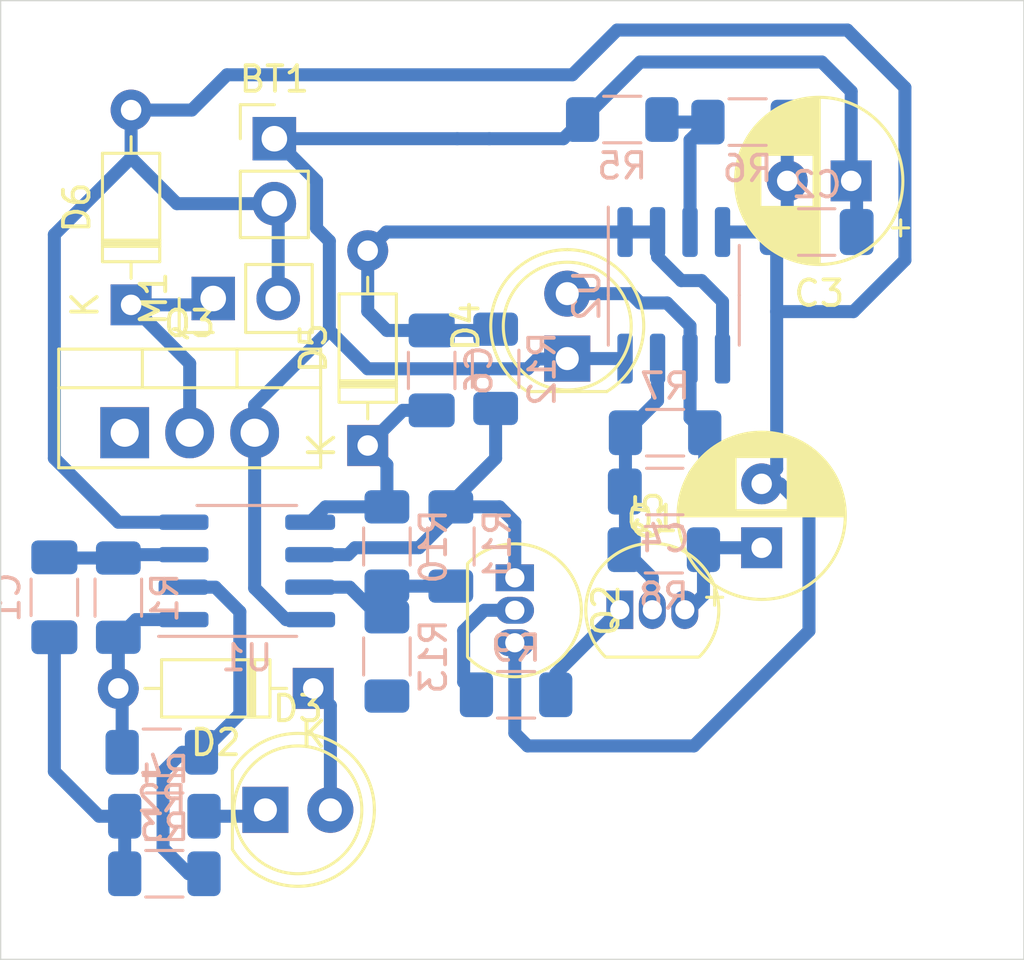
<source format=kicad_pcb>
(kicad_pcb (version 20171130) (host pcbnew 5.1.6)

  (general
    (thickness 1.6)
    (drawings 183)
    (tracks 153)
    (zones 0)
    (modules 31)
    (nets 20)
  )

  (page A4)
  (layers
    (0 F.Cu signal)
    (31 B.Cu signal)
    (32 B.Adhes user hide)
    (33 F.Adhes user hide)
    (34 B.Paste user hide)
    (35 F.Paste user hide)
    (36 B.SilkS user hide)
    (37 F.SilkS user hide)
    (38 B.Mask user hide)
    (39 F.Mask user hide)
    (40 Dwgs.User user hide)
    (41 Cmts.User user hide)
    (42 Eco1.User user hide)
    (43 Eco2.User user)
    (44 Edge.Cuts user)
    (45 Margin user hide)
    (46 B.CrtYd user hide)
    (47 F.CrtYd user hide)
    (48 B.Fab user hide)
    (49 F.Fab user hide)
  )

  (setup
    (last_trace_width 0.508)
    (user_trace_width 0.381)
    (user_trace_width 0.508)
    (trace_clearance 0.2)
    (zone_clearance 0.508)
    (zone_45_only no)
    (trace_min 0.2)
    (via_size 0.8)
    (via_drill 0.4)
    (via_min_size 0.4)
    (via_min_drill 0.3)
    (uvia_size 0.3)
    (uvia_drill 0.1)
    (uvias_allowed no)
    (uvia_min_size 0.2)
    (uvia_min_drill 0.1)
    (edge_width 0.05)
    (segment_width 0.2)
    (pcb_text_width 0.3)
    (pcb_text_size 1.5 1.5)
    (mod_edge_width 0.12)
    (mod_text_size 1 1)
    (mod_text_width 0.15)
    (pad_size 1.7 1.7)
    (pad_drill 1)
    (pad_to_mask_clearance 0.05)
    (aux_axis_origin 0 0)
    (visible_elements FFFFFF7F)
    (pcbplotparams
      (layerselection 0x010fc_ffffffff)
      (usegerberextensions false)
      (usegerberattributes true)
      (usegerberadvancedattributes true)
      (creategerberjobfile true)
      (excludeedgelayer true)
      (linewidth 0.100000)
      (plotframeref false)
      (viasonmask false)
      (mode 1)
      (useauxorigin false)
      (hpglpennumber 1)
      (hpglpenspeed 20)
      (hpglpendiameter 15.000000)
      (psnegative false)
      (psa4output false)
      (plotreference true)
      (plotvalue true)
      (plotinvisibletext false)
      (padsonsilk false)
      (subtractmaskfromsilk false)
      (outputformat 1)
      (mirror false)
      (drillshape 1)
      (scaleselection 1)
      (outputdirectory ""))
  )

  (net 0 "")
  (net 1 -6V)
  (net 2 GND)
  (net 3 "Net-(C1-Pad1)")
  (net 4 +6V)
  (net 5 "Net-(C4-Pad2)")
  (net 6 "Net-(C4-Pad1)")
  (net 7 "Net-(C5-Pad1)")
  (net 8 "Net-(C6-Pad1)")
  (net 9 "Net-(D2-Pad2)")
  (net 10 "Net-(D2-Pad1)")
  (net 11 "Net-(D3-Pad1)")
  (net 12 "Net-(D6-Pad1)")
  (net 13 "Net-(Q1-Pad1)")
  (net 14 "Net-(Q2-Pad1)")
  (net 15 "Net-(Q2-Pad2)")
  (net 16 "Net-(Q3-Pad1)")
  (net 17 "Net-(R2-Pad2)")
  (net 18 "Net-(R5-Pad2)")
  (net 19 "Net-(R10-Pad1)")

  (net_class Default "This is the default net class."
    (clearance 0.2)
    (trace_width 0.25)
    (via_dia 0.8)
    (via_drill 0.4)
    (uvia_dia 0.3)
    (uvia_drill 0.1)
    (add_net +6V)
    (add_net -6V)
    (add_net GND)
    (add_net "Net-(C1-Pad1)")
    (add_net "Net-(C4-Pad1)")
    (add_net "Net-(C4-Pad2)")
    (add_net "Net-(C5-Pad1)")
    (add_net "Net-(C6-Pad1)")
    (add_net "Net-(D2-Pad1)")
    (add_net "Net-(D2-Pad2)")
    (add_net "Net-(D3-Pad1)")
    (add_net "Net-(D6-Pad1)")
    (add_net "Net-(Q1-Pad1)")
    (add_net "Net-(Q2-Pad1)")
    (add_net "Net-(Q2-Pad2)")
    (add_net "Net-(Q3-Pad1)")
    (add_net "Net-(R10-Pad1)")
    (add_net "Net-(R2-Pad2)")
    (add_net "Net-(R5-Pad2)")
  )

  (module Resistor_SMD:R_1206_3216Metric_Pad1.30x1.75mm_HandSolder (layer B.Cu) (tedit 5F68FEEE) (tstamp 5F85B39B)
    (at 82.6 93.15 90)
    (descr "Resistor SMD 1206 (3216 Metric), square (rectangular) end terminal, IPC_7351 nominal with elongated pad for handsoldering. (Body size source: IPC-SM-782 page 72, https://www.pcb-3d.com/wordpress/wp-content/uploads/ipc-sm-782a_amendment_1_and_2.pdf), generated with kicad-footprint-generator")
    (tags "resistor handsolder")
    (path /5FA01FD8)
    (attr smd)
    (fp_text reference R13 (at 0 1.82 90) (layer B.SilkS)
      (effects (font (size 1 1) (thickness 0.15)) (justify mirror))
    )
    (fp_text value 0 (at 0 -1.82 90) (layer B.Fab)
      (effects (font (size 1 1) (thickness 0.15)) (justify mirror))
    )
    (fp_text user %R (at 0 0 90) (layer B.Fab)
      (effects (font (size 0.8 0.8) (thickness 0.12)) (justify mirror))
    )
    (fp_line (start -1.6 -0.8) (end -1.6 0.8) (layer B.Fab) (width 0.1))
    (fp_line (start -1.6 0.8) (end 1.6 0.8) (layer B.Fab) (width 0.1))
    (fp_line (start 1.6 0.8) (end 1.6 -0.8) (layer B.Fab) (width 0.1))
    (fp_line (start 1.6 -0.8) (end -1.6 -0.8) (layer B.Fab) (width 0.1))
    (fp_line (start -0.727064 0.91) (end 0.727064 0.91) (layer B.SilkS) (width 0.12))
    (fp_line (start -0.727064 -0.91) (end 0.727064 -0.91) (layer B.SilkS) (width 0.12))
    (fp_line (start -2.45 -1.12) (end -2.45 1.12) (layer B.CrtYd) (width 0.05))
    (fp_line (start -2.45 1.12) (end 2.45 1.12) (layer B.CrtYd) (width 0.05))
    (fp_line (start 2.45 1.12) (end 2.45 -1.12) (layer B.CrtYd) (width 0.05))
    (fp_line (start 2.45 -1.12) (end -2.45 -1.12) (layer B.CrtYd) (width 0.05))
    (pad 2 smd roundrect (at 1.55 0 90) (size 1.3 1.75) (layers B.Cu B.Paste B.Mask) (roundrect_rratio 0.192308)
      (net 19 "Net-(R10-Pad1)"))
    (pad 1 smd roundrect (at -1.55 0 90) (size 1.3 1.75) (layers B.Cu B.Paste B.Mask) (roundrect_rratio 0.192308)
      (net 16 "Net-(Q3-Pad1)"))
    (model ${KISYS3DMOD}/Resistor_SMD.3dshapes/R_1206_3216Metric.wrl
      (at (xyz 0 0 0))
      (scale (xyz 1 1 1))
      (rotate (xyz 0 0 0))
    )
  )

  (module Resistor_SMD:R_1206_3216Metric_Pad1.30x1.75mm_HandSolder (layer B.Cu) (tedit 5F68FEEE) (tstamp 5F8568DF)
    (at 86.85 81.9 90)
    (descr "Resistor SMD 1206 (3216 Metric), square (rectangular) end terminal, IPC_7351 nominal with elongated pad for handsoldering. (Body size source: IPC-SM-782 page 72, https://www.pcb-3d.com/wordpress/wp-content/uploads/ipc-sm-782a_amendment_1_and_2.pdf), generated with kicad-footprint-generator")
    (tags "resistor handsolder")
    (path /5F89BE02)
    (attr smd)
    (fp_text reference R12 (at 0 1.82 90) (layer B.SilkS)
      (effects (font (size 1 1) (thickness 0.15)) (justify mirror))
    )
    (fp_text value 300k (at 0 -1.82 90) (layer B.Fab)
      (effects (font (size 1 1) (thickness 0.15)) (justify mirror))
    )
    (fp_text user %R (at 0 0 90) (layer B.Fab)
      (effects (font (size 0.8 0.8) (thickness 0.12)) (justify mirror))
    )
    (fp_line (start -1.6 -0.8) (end -1.6 0.8) (layer B.Fab) (width 0.1))
    (fp_line (start -1.6 0.8) (end 1.6 0.8) (layer B.Fab) (width 0.1))
    (fp_line (start 1.6 0.8) (end 1.6 -0.8) (layer B.Fab) (width 0.1))
    (fp_line (start 1.6 -0.8) (end -1.6 -0.8) (layer B.Fab) (width 0.1))
    (fp_line (start -0.727064 0.91) (end 0.727064 0.91) (layer B.SilkS) (width 0.12))
    (fp_line (start -0.727064 -0.91) (end 0.727064 -0.91) (layer B.SilkS) (width 0.12))
    (fp_line (start -2.45 -1.12) (end -2.45 1.12) (layer B.CrtYd) (width 0.05))
    (fp_line (start -2.45 1.12) (end 2.45 1.12) (layer B.CrtYd) (width 0.05))
    (fp_line (start 2.45 1.12) (end 2.45 -1.12) (layer B.CrtYd) (width 0.05))
    (fp_line (start 2.45 -1.12) (end -2.45 -1.12) (layer B.CrtYd) (width 0.05))
    (pad 2 smd roundrect (at 1.55 0 90) (size 1.3 1.75) (layers B.Cu B.Paste B.Mask) (roundrect_rratio 0.192308)
      (net 2 GND))
    (pad 1 smd roundrect (at -1.55 0 90) (size 1.3 1.75) (layers B.Cu B.Paste B.Mask) (roundrect_rratio 0.192308)
      (net 14 "Net-(Q2-Pad1)"))
    (model ${KISYS3DMOD}/Resistor_SMD.3dshapes/R_1206_3216Metric.wrl
      (at (xyz 0 0 0))
      (scale (xyz 1 1 1))
      (rotate (xyz 0 0 0))
    )
  )

  (module Diode_THT:D_DO-35_SOD27_P7.62mm_Horizontal (layer F.Cu) (tedit 5AE50CD5) (tstamp 5F856777)
    (at 81.85 84.9 90)
    (descr "Diode, DO-35_SOD27 series, Axial, Horizontal, pin pitch=7.62mm, , length*diameter=4*2mm^2, , http://www.diodes.com/_files/packages/DO-35.pdf")
    (tags "Diode DO-35_SOD27 series Axial Horizontal pin pitch 7.62mm  length 4mm diameter 2mm")
    (path /5F8A12B8)
    (fp_text reference D5 (at 3.81 -2.12 90) (layer F.SilkS)
      (effects (font (size 1 1) (thickness 0.15)))
    )
    (fp_text value BAT42 (at 3.81 2.12 90) (layer F.Fab)
      (effects (font (size 1 1) (thickness 0.15)))
    )
    (fp_text user K (at 0 -1.8 90) (layer F.SilkS)
      (effects (font (size 1 1) (thickness 0.15)))
    )
    (fp_text user K (at 0 -1.8 90) (layer F.Fab)
      (effects (font (size 1 1) (thickness 0.15)))
    )
    (fp_text user %R (at 4.11 0 90) (layer F.Fab)
      (effects (font (size 0.8 0.8) (thickness 0.12)))
    )
    (fp_line (start 1.81 -1) (end 1.81 1) (layer F.Fab) (width 0.1))
    (fp_line (start 1.81 1) (end 5.81 1) (layer F.Fab) (width 0.1))
    (fp_line (start 5.81 1) (end 5.81 -1) (layer F.Fab) (width 0.1))
    (fp_line (start 5.81 -1) (end 1.81 -1) (layer F.Fab) (width 0.1))
    (fp_line (start 0 0) (end 1.81 0) (layer F.Fab) (width 0.1))
    (fp_line (start 7.62 0) (end 5.81 0) (layer F.Fab) (width 0.1))
    (fp_line (start 2.41 -1) (end 2.41 1) (layer F.Fab) (width 0.1))
    (fp_line (start 2.51 -1) (end 2.51 1) (layer F.Fab) (width 0.1))
    (fp_line (start 2.31 -1) (end 2.31 1) (layer F.Fab) (width 0.1))
    (fp_line (start 1.69 -1.12) (end 1.69 1.12) (layer F.SilkS) (width 0.12))
    (fp_line (start 1.69 1.12) (end 5.93 1.12) (layer F.SilkS) (width 0.12))
    (fp_line (start 5.93 1.12) (end 5.93 -1.12) (layer F.SilkS) (width 0.12))
    (fp_line (start 5.93 -1.12) (end 1.69 -1.12) (layer F.SilkS) (width 0.12))
    (fp_line (start 1.04 0) (end 1.69 0) (layer F.SilkS) (width 0.12))
    (fp_line (start 6.58 0) (end 5.93 0) (layer F.SilkS) (width 0.12))
    (fp_line (start 2.41 -1.12) (end 2.41 1.12) (layer F.SilkS) (width 0.12))
    (fp_line (start 2.53 -1.12) (end 2.53 1.12) (layer F.SilkS) (width 0.12))
    (fp_line (start 2.29 -1.12) (end 2.29 1.12) (layer F.SilkS) (width 0.12))
    (fp_line (start -1.05 -1.25) (end -1.05 1.25) (layer F.CrtYd) (width 0.05))
    (fp_line (start -1.05 1.25) (end 8.67 1.25) (layer F.CrtYd) (width 0.05))
    (fp_line (start 8.67 1.25) (end 8.67 -1.25) (layer F.CrtYd) (width 0.05))
    (fp_line (start 8.67 -1.25) (end -1.05 -1.25) (layer F.CrtYd) (width 0.05))
    (pad 2 thru_hole oval (at 7.62 0 90) (size 1.6 1.6) (drill 0.8) (layers *.Cu *.Mask)
      (net 2 GND))
    (pad 1 thru_hole rect (at 0 0 90) (size 1.6 1.6) (drill 0.8) (layers *.Cu *.Mask)
      (net 8 "Net-(C6-Pad1)"))
    (model ${KISYS3DMOD}/Diode_THT.3dshapes/D_DO-35_SOD27_P7.62mm_Horizontal.wrl
      (at (xyz 0 0 0))
      (scale (xyz 1 1 1))
      (rotate (xyz 0 0 0))
    )
  )

  (module Capacitor_SMD:C_1206_3216Metric_Pad1.33x1.80mm_HandSolder (layer B.Cu) (tedit 5F68FEEF) (tstamp 5F8565C4)
    (at 93.4625 86.7)
    (descr "Capacitor SMD 1206 (3216 Metric), square (rectangular) end terminal, IPC_7351 nominal with elongated pad for handsoldering. (Body size source: IPC-SM-782 page 76, https://www.pcb-3d.com/wordpress/wp-content/uploads/ipc-sm-782a_amendment_1_and_2.pdf), generated with kicad-footprint-generator")
    (tags "capacitor handsolder")
    (path /5F8814F8)
    (attr smd)
    (fp_text reference C4 (at 0 1.85) (layer B.SilkS)
      (effects (font (size 1 1) (thickness 0.15)) (justify mirror))
    )
    (fp_text value 470n (at 0 -1.85) (layer B.Fab)
      (effects (font (size 1 1) (thickness 0.15)) (justify mirror))
    )
    (fp_text user %R (at 0 0) (layer B.Fab)
      (effects (font (size 0.8 0.8) (thickness 0.12)) (justify mirror))
    )
    (fp_line (start -1.6 -0.8) (end -1.6 0.8) (layer B.Fab) (width 0.1))
    (fp_line (start -1.6 0.8) (end 1.6 0.8) (layer B.Fab) (width 0.1))
    (fp_line (start 1.6 0.8) (end 1.6 -0.8) (layer B.Fab) (width 0.1))
    (fp_line (start 1.6 -0.8) (end -1.6 -0.8) (layer B.Fab) (width 0.1))
    (fp_line (start -0.711252 0.91) (end 0.711252 0.91) (layer B.SilkS) (width 0.12))
    (fp_line (start -0.711252 -0.91) (end 0.711252 -0.91) (layer B.SilkS) (width 0.12))
    (fp_line (start -2.48 -1.15) (end -2.48 1.15) (layer B.CrtYd) (width 0.05))
    (fp_line (start -2.48 1.15) (end 2.48 1.15) (layer B.CrtYd) (width 0.05))
    (fp_line (start 2.48 1.15) (end 2.48 -1.15) (layer B.CrtYd) (width 0.05))
    (fp_line (start 2.48 -1.15) (end -2.48 -1.15) (layer B.CrtYd) (width 0.05))
    (pad 2 smd roundrect (at 1.5625 0) (size 1.325 1.8) (layers B.Cu B.Paste B.Mask) (roundrect_rratio 0.188679)
      (net 5 "Net-(C4-Pad2)"))
    (pad 1 smd roundrect (at -1.5625 0) (size 1.325 1.8) (layers B.Cu B.Paste B.Mask) (roundrect_rratio 0.188679)
      (net 6 "Net-(C4-Pad1)"))
    (model ${KISYS3DMOD}/Capacitor_SMD.3dshapes/C_1206_3216Metric.wrl
      (at (xyz 0 0 0))
      (scale (xyz 1 1 1))
      (rotate (xyz 0 0 0))
    )
  )

  (module Capacitor_THT:CP_Radial_D6.3mm_P2.50mm (layer F.Cu) (tedit 5AE50EF0) (tstamp 5F8596D3)
    (at 97.25 88.9 90)
    (descr "CP, Radial series, Radial, pin pitch=2.50mm, , diameter=6.3mm, Electrolytic Capacitor")
    (tags "CP Radial series Radial pin pitch 2.50mm  diameter 6.3mm Electrolytic Capacitor")
    (path /5F888882)
    (fp_text reference C5 (at 1.25 -4.4 90) (layer F.SilkS)
      (effects (font (size 1 1) (thickness 0.15)))
    )
    (fp_text value 4u7 (at 1.25 4.4 90) (layer F.Fab)
      (effects (font (size 1 1) (thickness 0.15)))
    )
    (fp_text user %R (at 1.25 0 90) (layer F.Fab)
      (effects (font (size 1 1) (thickness 0.15)))
    )
    (fp_circle (center 1.25 0) (end 4.4 0) (layer F.Fab) (width 0.1))
    (fp_circle (center 1.25 0) (end 4.52 0) (layer F.SilkS) (width 0.12))
    (fp_circle (center 1.25 0) (end 4.65 0) (layer F.CrtYd) (width 0.05))
    (fp_line (start -1.443972 -1.3735) (end -0.813972 -1.3735) (layer F.Fab) (width 0.1))
    (fp_line (start -1.128972 -1.6885) (end -1.128972 -1.0585) (layer F.Fab) (width 0.1))
    (fp_line (start 1.25 -3.23) (end 1.25 3.23) (layer F.SilkS) (width 0.12))
    (fp_line (start 1.29 -3.23) (end 1.29 3.23) (layer F.SilkS) (width 0.12))
    (fp_line (start 1.33 -3.23) (end 1.33 3.23) (layer F.SilkS) (width 0.12))
    (fp_line (start 1.37 -3.228) (end 1.37 3.228) (layer F.SilkS) (width 0.12))
    (fp_line (start 1.41 -3.227) (end 1.41 3.227) (layer F.SilkS) (width 0.12))
    (fp_line (start 1.45 -3.224) (end 1.45 3.224) (layer F.SilkS) (width 0.12))
    (fp_line (start 1.49 -3.222) (end 1.49 -1.04) (layer F.SilkS) (width 0.12))
    (fp_line (start 1.49 1.04) (end 1.49 3.222) (layer F.SilkS) (width 0.12))
    (fp_line (start 1.53 -3.218) (end 1.53 -1.04) (layer F.SilkS) (width 0.12))
    (fp_line (start 1.53 1.04) (end 1.53 3.218) (layer F.SilkS) (width 0.12))
    (fp_line (start 1.57 -3.215) (end 1.57 -1.04) (layer F.SilkS) (width 0.12))
    (fp_line (start 1.57 1.04) (end 1.57 3.215) (layer F.SilkS) (width 0.12))
    (fp_line (start 1.61 -3.211) (end 1.61 -1.04) (layer F.SilkS) (width 0.12))
    (fp_line (start 1.61 1.04) (end 1.61 3.211) (layer F.SilkS) (width 0.12))
    (fp_line (start 1.65 -3.206) (end 1.65 -1.04) (layer F.SilkS) (width 0.12))
    (fp_line (start 1.65 1.04) (end 1.65 3.206) (layer F.SilkS) (width 0.12))
    (fp_line (start 1.69 -3.201) (end 1.69 -1.04) (layer F.SilkS) (width 0.12))
    (fp_line (start 1.69 1.04) (end 1.69 3.201) (layer F.SilkS) (width 0.12))
    (fp_line (start 1.73 -3.195) (end 1.73 -1.04) (layer F.SilkS) (width 0.12))
    (fp_line (start 1.73 1.04) (end 1.73 3.195) (layer F.SilkS) (width 0.12))
    (fp_line (start 1.77 -3.189) (end 1.77 -1.04) (layer F.SilkS) (width 0.12))
    (fp_line (start 1.77 1.04) (end 1.77 3.189) (layer F.SilkS) (width 0.12))
    (fp_line (start 1.81 -3.182) (end 1.81 -1.04) (layer F.SilkS) (width 0.12))
    (fp_line (start 1.81 1.04) (end 1.81 3.182) (layer F.SilkS) (width 0.12))
    (fp_line (start 1.85 -3.175) (end 1.85 -1.04) (layer F.SilkS) (width 0.12))
    (fp_line (start 1.85 1.04) (end 1.85 3.175) (layer F.SilkS) (width 0.12))
    (fp_line (start 1.89 -3.167) (end 1.89 -1.04) (layer F.SilkS) (width 0.12))
    (fp_line (start 1.89 1.04) (end 1.89 3.167) (layer F.SilkS) (width 0.12))
    (fp_line (start 1.93 -3.159) (end 1.93 -1.04) (layer F.SilkS) (width 0.12))
    (fp_line (start 1.93 1.04) (end 1.93 3.159) (layer F.SilkS) (width 0.12))
    (fp_line (start 1.971 -3.15) (end 1.971 -1.04) (layer F.SilkS) (width 0.12))
    (fp_line (start 1.971 1.04) (end 1.971 3.15) (layer F.SilkS) (width 0.12))
    (fp_line (start 2.011 -3.141) (end 2.011 -1.04) (layer F.SilkS) (width 0.12))
    (fp_line (start 2.011 1.04) (end 2.011 3.141) (layer F.SilkS) (width 0.12))
    (fp_line (start 2.051 -3.131) (end 2.051 -1.04) (layer F.SilkS) (width 0.12))
    (fp_line (start 2.051 1.04) (end 2.051 3.131) (layer F.SilkS) (width 0.12))
    (fp_line (start 2.091 -3.121) (end 2.091 -1.04) (layer F.SilkS) (width 0.12))
    (fp_line (start 2.091 1.04) (end 2.091 3.121) (layer F.SilkS) (width 0.12))
    (fp_line (start 2.131 -3.11) (end 2.131 -1.04) (layer F.SilkS) (width 0.12))
    (fp_line (start 2.131 1.04) (end 2.131 3.11) (layer F.SilkS) (width 0.12))
    (fp_line (start 2.171 -3.098) (end 2.171 -1.04) (layer F.SilkS) (width 0.12))
    (fp_line (start 2.171 1.04) (end 2.171 3.098) (layer F.SilkS) (width 0.12))
    (fp_line (start 2.211 -3.086) (end 2.211 -1.04) (layer F.SilkS) (width 0.12))
    (fp_line (start 2.211 1.04) (end 2.211 3.086) (layer F.SilkS) (width 0.12))
    (fp_line (start 2.251 -3.074) (end 2.251 -1.04) (layer F.SilkS) (width 0.12))
    (fp_line (start 2.251 1.04) (end 2.251 3.074) (layer F.SilkS) (width 0.12))
    (fp_line (start 2.291 -3.061) (end 2.291 -1.04) (layer F.SilkS) (width 0.12))
    (fp_line (start 2.291 1.04) (end 2.291 3.061) (layer F.SilkS) (width 0.12))
    (fp_line (start 2.331 -3.047) (end 2.331 -1.04) (layer F.SilkS) (width 0.12))
    (fp_line (start 2.331 1.04) (end 2.331 3.047) (layer F.SilkS) (width 0.12))
    (fp_line (start 2.371 -3.033) (end 2.371 -1.04) (layer F.SilkS) (width 0.12))
    (fp_line (start 2.371 1.04) (end 2.371 3.033) (layer F.SilkS) (width 0.12))
    (fp_line (start 2.411 -3.018) (end 2.411 -1.04) (layer F.SilkS) (width 0.12))
    (fp_line (start 2.411 1.04) (end 2.411 3.018) (layer F.SilkS) (width 0.12))
    (fp_line (start 2.451 -3.002) (end 2.451 -1.04) (layer F.SilkS) (width 0.12))
    (fp_line (start 2.451 1.04) (end 2.451 3.002) (layer F.SilkS) (width 0.12))
    (fp_line (start 2.491 -2.986) (end 2.491 -1.04) (layer F.SilkS) (width 0.12))
    (fp_line (start 2.491 1.04) (end 2.491 2.986) (layer F.SilkS) (width 0.12))
    (fp_line (start 2.531 -2.97) (end 2.531 -1.04) (layer F.SilkS) (width 0.12))
    (fp_line (start 2.531 1.04) (end 2.531 2.97) (layer F.SilkS) (width 0.12))
    (fp_line (start 2.571 -2.952) (end 2.571 -1.04) (layer F.SilkS) (width 0.12))
    (fp_line (start 2.571 1.04) (end 2.571 2.952) (layer F.SilkS) (width 0.12))
    (fp_line (start 2.611 -2.934) (end 2.611 -1.04) (layer F.SilkS) (width 0.12))
    (fp_line (start 2.611 1.04) (end 2.611 2.934) (layer F.SilkS) (width 0.12))
    (fp_line (start 2.651 -2.916) (end 2.651 -1.04) (layer F.SilkS) (width 0.12))
    (fp_line (start 2.651 1.04) (end 2.651 2.916) (layer F.SilkS) (width 0.12))
    (fp_line (start 2.691 -2.896) (end 2.691 -1.04) (layer F.SilkS) (width 0.12))
    (fp_line (start 2.691 1.04) (end 2.691 2.896) (layer F.SilkS) (width 0.12))
    (fp_line (start 2.731 -2.876) (end 2.731 -1.04) (layer F.SilkS) (width 0.12))
    (fp_line (start 2.731 1.04) (end 2.731 2.876) (layer F.SilkS) (width 0.12))
    (fp_line (start 2.771 -2.856) (end 2.771 -1.04) (layer F.SilkS) (width 0.12))
    (fp_line (start 2.771 1.04) (end 2.771 2.856) (layer F.SilkS) (width 0.12))
    (fp_line (start 2.811 -2.834) (end 2.811 -1.04) (layer F.SilkS) (width 0.12))
    (fp_line (start 2.811 1.04) (end 2.811 2.834) (layer F.SilkS) (width 0.12))
    (fp_line (start 2.851 -2.812) (end 2.851 -1.04) (layer F.SilkS) (width 0.12))
    (fp_line (start 2.851 1.04) (end 2.851 2.812) (layer F.SilkS) (width 0.12))
    (fp_line (start 2.891 -2.79) (end 2.891 -1.04) (layer F.SilkS) (width 0.12))
    (fp_line (start 2.891 1.04) (end 2.891 2.79) (layer F.SilkS) (width 0.12))
    (fp_line (start 2.931 -2.766) (end 2.931 -1.04) (layer F.SilkS) (width 0.12))
    (fp_line (start 2.931 1.04) (end 2.931 2.766) (layer F.SilkS) (width 0.12))
    (fp_line (start 2.971 -2.742) (end 2.971 -1.04) (layer F.SilkS) (width 0.12))
    (fp_line (start 2.971 1.04) (end 2.971 2.742) (layer F.SilkS) (width 0.12))
    (fp_line (start 3.011 -2.716) (end 3.011 -1.04) (layer F.SilkS) (width 0.12))
    (fp_line (start 3.011 1.04) (end 3.011 2.716) (layer F.SilkS) (width 0.12))
    (fp_line (start 3.051 -2.69) (end 3.051 -1.04) (layer F.SilkS) (width 0.12))
    (fp_line (start 3.051 1.04) (end 3.051 2.69) (layer F.SilkS) (width 0.12))
    (fp_line (start 3.091 -2.664) (end 3.091 -1.04) (layer F.SilkS) (width 0.12))
    (fp_line (start 3.091 1.04) (end 3.091 2.664) (layer F.SilkS) (width 0.12))
    (fp_line (start 3.131 -2.636) (end 3.131 -1.04) (layer F.SilkS) (width 0.12))
    (fp_line (start 3.131 1.04) (end 3.131 2.636) (layer F.SilkS) (width 0.12))
    (fp_line (start 3.171 -2.607) (end 3.171 -1.04) (layer F.SilkS) (width 0.12))
    (fp_line (start 3.171 1.04) (end 3.171 2.607) (layer F.SilkS) (width 0.12))
    (fp_line (start 3.211 -2.578) (end 3.211 -1.04) (layer F.SilkS) (width 0.12))
    (fp_line (start 3.211 1.04) (end 3.211 2.578) (layer F.SilkS) (width 0.12))
    (fp_line (start 3.251 -2.548) (end 3.251 -1.04) (layer F.SilkS) (width 0.12))
    (fp_line (start 3.251 1.04) (end 3.251 2.548) (layer F.SilkS) (width 0.12))
    (fp_line (start 3.291 -2.516) (end 3.291 -1.04) (layer F.SilkS) (width 0.12))
    (fp_line (start 3.291 1.04) (end 3.291 2.516) (layer F.SilkS) (width 0.12))
    (fp_line (start 3.331 -2.484) (end 3.331 -1.04) (layer F.SilkS) (width 0.12))
    (fp_line (start 3.331 1.04) (end 3.331 2.484) (layer F.SilkS) (width 0.12))
    (fp_line (start 3.371 -2.45) (end 3.371 -1.04) (layer F.SilkS) (width 0.12))
    (fp_line (start 3.371 1.04) (end 3.371 2.45) (layer F.SilkS) (width 0.12))
    (fp_line (start 3.411 -2.416) (end 3.411 -1.04) (layer F.SilkS) (width 0.12))
    (fp_line (start 3.411 1.04) (end 3.411 2.416) (layer F.SilkS) (width 0.12))
    (fp_line (start 3.451 -2.38) (end 3.451 -1.04) (layer F.SilkS) (width 0.12))
    (fp_line (start 3.451 1.04) (end 3.451 2.38) (layer F.SilkS) (width 0.12))
    (fp_line (start 3.491 -2.343) (end 3.491 -1.04) (layer F.SilkS) (width 0.12))
    (fp_line (start 3.491 1.04) (end 3.491 2.343) (layer F.SilkS) (width 0.12))
    (fp_line (start 3.531 -2.305) (end 3.531 -1.04) (layer F.SilkS) (width 0.12))
    (fp_line (start 3.531 1.04) (end 3.531 2.305) (layer F.SilkS) (width 0.12))
    (fp_line (start 3.571 -2.265) (end 3.571 2.265) (layer F.SilkS) (width 0.12))
    (fp_line (start 3.611 -2.224) (end 3.611 2.224) (layer F.SilkS) (width 0.12))
    (fp_line (start 3.651 -2.182) (end 3.651 2.182) (layer F.SilkS) (width 0.12))
    (fp_line (start 3.691 -2.137) (end 3.691 2.137) (layer F.SilkS) (width 0.12))
    (fp_line (start 3.731 -2.092) (end 3.731 2.092) (layer F.SilkS) (width 0.12))
    (fp_line (start 3.771 -2.044) (end 3.771 2.044) (layer F.SilkS) (width 0.12))
    (fp_line (start 3.811 -1.995) (end 3.811 1.995) (layer F.SilkS) (width 0.12))
    (fp_line (start 3.851 -1.944) (end 3.851 1.944) (layer F.SilkS) (width 0.12))
    (fp_line (start 3.891 -1.89) (end 3.891 1.89) (layer F.SilkS) (width 0.12))
    (fp_line (start 3.931 -1.834) (end 3.931 1.834) (layer F.SilkS) (width 0.12))
    (fp_line (start 3.971 -1.776) (end 3.971 1.776) (layer F.SilkS) (width 0.12))
    (fp_line (start 4.011 -1.714) (end 4.011 1.714) (layer F.SilkS) (width 0.12))
    (fp_line (start 4.051 -1.65) (end 4.051 1.65) (layer F.SilkS) (width 0.12))
    (fp_line (start 4.091 -1.581) (end 4.091 1.581) (layer F.SilkS) (width 0.12))
    (fp_line (start 4.131 -1.509) (end 4.131 1.509) (layer F.SilkS) (width 0.12))
    (fp_line (start 4.171 -1.432) (end 4.171 1.432) (layer F.SilkS) (width 0.12))
    (fp_line (start 4.211 -1.35) (end 4.211 1.35) (layer F.SilkS) (width 0.12))
    (fp_line (start 4.251 -1.262) (end 4.251 1.262) (layer F.SilkS) (width 0.12))
    (fp_line (start 4.291 -1.165) (end 4.291 1.165) (layer F.SilkS) (width 0.12))
    (fp_line (start 4.331 -1.059) (end 4.331 1.059) (layer F.SilkS) (width 0.12))
    (fp_line (start 4.371 -0.94) (end 4.371 0.94) (layer F.SilkS) (width 0.12))
    (fp_line (start 4.411 -0.802) (end 4.411 0.802) (layer F.SilkS) (width 0.12))
    (fp_line (start 4.451 -0.633) (end 4.451 0.633) (layer F.SilkS) (width 0.12))
    (fp_line (start 4.491 -0.402) (end 4.491 0.402) (layer F.SilkS) (width 0.12))
    (fp_line (start -2.250241 -1.839) (end -1.620241 -1.839) (layer F.SilkS) (width 0.12))
    (fp_line (start -1.935241 -2.154) (end -1.935241 -1.524) (layer F.SilkS) (width 0.12))
    (pad 2 thru_hole circle (at 2.5 0 90) (size 1.6 1.6) (drill 0.8) (layers *.Cu *.Mask)
      (net 1 -6V))
    (pad 1 thru_hole rect (at 0 0 90) (size 1.6 1.6) (drill 0.8) (layers *.Cu *.Mask)
      (net 7 "Net-(C5-Pad1)"))
    (model ${KISYS3DMOD}/Capacitor_THT.3dshapes/CP_Radial_D6.3mm_P2.50mm.wrl
      (at (xyz 0 0 0))
      (scale (xyz 1 1 1))
      (rotate (xyz 0 0 0))
    )
  )

  (module Resistor_SMD:R_1206_3216Metric_Pad1.30x1.75mm_HandSolder (layer B.Cu) (tedit 5F68FEEE) (tstamp 5F85688A)
    (at 93.475 84.4 180)
    (descr "Resistor SMD 1206 (3216 Metric), square (rectangular) end terminal, IPC_7351 nominal with elongated pad for handsoldering. (Body size source: IPC-SM-782 page 72, https://www.pcb-3d.com/wordpress/wp-content/uploads/ipc-sm-782a_amendment_1_and_2.pdf), generated with kicad-footprint-generator")
    (tags "resistor handsolder")
    (path /5F880B88)
    (attr smd)
    (fp_text reference R7 (at 0 1.82) (layer B.SilkS)
      (effects (font (size 1 1) (thickness 0.15)) (justify mirror))
    )
    (fp_text value 40k (at 0 -1.82) (layer B.Fab)
      (effects (font (size 1 1) (thickness 0.15)) (justify mirror))
    )
    (fp_text user %R (at 0 0) (layer B.Fab)
      (effects (font (size 0.8 0.8) (thickness 0.12)) (justify mirror))
    )
    (fp_line (start -1.6 -0.8) (end -1.6 0.8) (layer B.Fab) (width 0.1))
    (fp_line (start -1.6 0.8) (end 1.6 0.8) (layer B.Fab) (width 0.1))
    (fp_line (start 1.6 0.8) (end 1.6 -0.8) (layer B.Fab) (width 0.1))
    (fp_line (start 1.6 -0.8) (end -1.6 -0.8) (layer B.Fab) (width 0.1))
    (fp_line (start -0.727064 0.91) (end 0.727064 0.91) (layer B.SilkS) (width 0.12))
    (fp_line (start -0.727064 -0.91) (end 0.727064 -0.91) (layer B.SilkS) (width 0.12))
    (fp_line (start -2.45 -1.12) (end -2.45 1.12) (layer B.CrtYd) (width 0.05))
    (fp_line (start -2.45 1.12) (end 2.45 1.12) (layer B.CrtYd) (width 0.05))
    (fp_line (start 2.45 1.12) (end 2.45 -1.12) (layer B.CrtYd) (width 0.05))
    (fp_line (start 2.45 -1.12) (end -2.45 -1.12) (layer B.CrtYd) (width 0.05))
    (pad 2 smd roundrect (at 1.55 0 180) (size 1.3 1.75) (layers B.Cu B.Paste B.Mask) (roundrect_rratio 0.192308)
      (net 6 "Net-(C4-Pad1)"))
    (pad 1 smd roundrect (at -1.55 0 180) (size 1.3 1.75) (layers B.Cu B.Paste B.Mask) (roundrect_rratio 0.192308)
      (net 5 "Net-(C4-Pad2)"))
    (model ${KISYS3DMOD}/Resistor_SMD.3dshapes/R_1206_3216Metric.wrl
      (at (xyz 0 0 0))
      (scale (xyz 1 1 1))
      (rotate (xyz 0 0 0))
    )
  )

  (module Package_SO:SOIC-8_3.9x4.9mm_P1.27mm (layer B.Cu) (tedit 5D9F72B1) (tstamp 5F8573A3)
    (at 93.815 79.025 270)
    (descr "SOIC, 8 Pin (JEDEC MS-012AA, https://www.analog.com/media/en/package-pcb-resources/package/pkg_pdf/soic_narrow-r/r_8.pdf), generated with kicad-footprint-generator ipc_gullwing_generator.py")
    (tags "SOIC SO")
    (path /5F8539A3)
    (attr smd)
    (fp_text reference U2 (at 0 3.4 90) (layer B.SilkS)
      (effects (font (size 1 1) (thickness 0.15)) (justify mirror))
    )
    (fp_text value TLC2252 (at 0 -3.4 90) (layer B.Fab)
      (effects (font (size 1 1) (thickness 0.15)) (justify mirror))
    )
    (fp_text user %R (at 0 0 90) (layer B.Fab)
      (effects (font (size 0.98 0.98) (thickness 0.15)) (justify mirror))
    )
    (fp_line (start 0 -2.56) (end 1.95 -2.56) (layer B.SilkS) (width 0.12))
    (fp_line (start 0 -2.56) (end -1.95 -2.56) (layer B.SilkS) (width 0.12))
    (fp_line (start 0 2.56) (end 1.95 2.56) (layer B.SilkS) (width 0.12))
    (fp_line (start 0 2.56) (end -3.45 2.56) (layer B.SilkS) (width 0.12))
    (fp_line (start -0.975 2.45) (end 1.95 2.45) (layer B.Fab) (width 0.1))
    (fp_line (start 1.95 2.45) (end 1.95 -2.45) (layer B.Fab) (width 0.1))
    (fp_line (start 1.95 -2.45) (end -1.95 -2.45) (layer B.Fab) (width 0.1))
    (fp_line (start -1.95 -2.45) (end -1.95 1.475) (layer B.Fab) (width 0.1))
    (fp_line (start -1.95 1.475) (end -0.975 2.45) (layer B.Fab) (width 0.1))
    (fp_line (start -3.7 2.7) (end -3.7 -2.7) (layer B.CrtYd) (width 0.05))
    (fp_line (start -3.7 -2.7) (end 3.7 -2.7) (layer B.CrtYd) (width 0.05))
    (fp_line (start 3.7 -2.7) (end 3.7 2.7) (layer B.CrtYd) (width 0.05))
    (fp_line (start 3.7 2.7) (end -3.7 2.7) (layer B.CrtYd) (width 0.05))
    (pad 8 smd roundrect (at 2.475 1.905 270) (size 1.95 0.6) (layers B.Cu B.Paste B.Mask) (roundrect_rratio 0.25)
      (net 4 +6V))
    (pad 7 smd roundrect (at 2.475 0.635 270) (size 1.95 0.6) (layers B.Cu B.Paste B.Mask) (roundrect_rratio 0.25)
      (net 6 "Net-(C4-Pad1)"))
    (pad 6 smd roundrect (at 2.475 -0.635 270) (size 1.95 0.6) (layers B.Cu B.Paste B.Mask) (roundrect_rratio 0.25)
      (net 5 "Net-(C4-Pad2)"))
    (pad 5 smd roundrect (at 2.475 -1.905 270) (size 1.95 0.6) (layers B.Cu B.Paste B.Mask) (roundrect_rratio 0.25)
      (net 2 GND))
    (pad 4 smd roundrect (at -2.475 -1.905 270) (size 1.95 0.6) (layers B.Cu B.Paste B.Mask) (roundrect_rratio 0.25)
      (net 1 -6V))
    (pad 3 smd roundrect (at -2.475 -0.635 270) (size 1.95 0.6) (layers B.Cu B.Paste B.Mask) (roundrect_rratio 0.25)
      (net 18 "Net-(R5-Pad2)"))
    (pad 2 smd roundrect (at -2.475 0.635 270) (size 1.95 0.6) (layers B.Cu B.Paste B.Mask) (roundrect_rratio 0.25)
      (net 2 GND))
    (pad 1 smd roundrect (at -2.475 1.905 270) (size 1.95 0.6) (layers B.Cu B.Paste B.Mask) (roundrect_rratio 0.25)
      (net 2 GND))
    (model ${KISYS3DMOD}/Package_SO.3dshapes/SOIC-8_3.9x4.9mm_P1.27mm.wrl
      (at (xyz 0 0 0))
      (scale (xyz 1 1 1))
      (rotate (xyz 0 0 0))
    )
  )

  (module Package_SO:SOIC-8_3.9x4.9mm_P1.27mm (layer B.Cu) (tedit 5D9F72B1) (tstamp 5F856D6C)
    (at 77.125 89.805)
    (descr "SOIC, 8 Pin (JEDEC MS-012AA, https://www.analog.com/media/en/package-pcb-resources/package/pkg_pdf/soic_narrow-r/r_8.pdf), generated with kicad-footprint-generator ipc_gullwing_generator.py")
    (tags "SOIC SO")
    (path /5F856906)
    (attr smd)
    (fp_text reference U1 (at 0 3.4) (layer B.SilkS)
      (effects (font (size 1 1) (thickness 0.15)) (justify mirror))
    )
    (fp_text value TLC2252 (at 0 -3.4) (layer B.Fab)
      (effects (font (size 1 1) (thickness 0.15)) (justify mirror))
    )
    (fp_text user %R (at 0 0) (layer B.Fab)
      (effects (font (size 0.98 0.98) (thickness 0.15)) (justify mirror))
    )
    (fp_line (start 0 -2.56) (end 1.95 -2.56) (layer B.SilkS) (width 0.12))
    (fp_line (start 0 -2.56) (end -1.95 -2.56) (layer B.SilkS) (width 0.12))
    (fp_line (start 0 2.56) (end 1.95 2.56) (layer B.SilkS) (width 0.12))
    (fp_line (start 0 2.56) (end -3.45 2.56) (layer B.SilkS) (width 0.12))
    (fp_line (start -0.975 2.45) (end 1.95 2.45) (layer B.Fab) (width 0.1))
    (fp_line (start 1.95 2.45) (end 1.95 -2.45) (layer B.Fab) (width 0.1))
    (fp_line (start 1.95 -2.45) (end -1.95 -2.45) (layer B.Fab) (width 0.1))
    (fp_line (start -1.95 -2.45) (end -1.95 1.475) (layer B.Fab) (width 0.1))
    (fp_line (start -1.95 1.475) (end -0.975 2.45) (layer B.Fab) (width 0.1))
    (fp_line (start -3.7 2.7) (end -3.7 -2.7) (layer B.CrtYd) (width 0.05))
    (fp_line (start -3.7 -2.7) (end 3.7 -2.7) (layer B.CrtYd) (width 0.05))
    (fp_line (start 3.7 -2.7) (end 3.7 2.7) (layer B.CrtYd) (width 0.05))
    (fp_line (start 3.7 2.7) (end -3.7 2.7) (layer B.CrtYd) (width 0.05))
    (pad 8 smd roundrect (at 2.475 1.905) (size 1.95 0.6) (layers B.Cu B.Paste B.Mask) (roundrect_rratio 0.25)
      (net 4 +6V))
    (pad 7 smd roundrect (at 2.475 0.635) (size 1.95 0.6) (layers B.Cu B.Paste B.Mask) (roundrect_rratio 0.25)
      (net 19 "Net-(R10-Pad1)"))
    (pad 6 smd roundrect (at 2.475 -0.635) (size 1.95 0.6) (layers B.Cu B.Paste B.Mask) (roundrect_rratio 0.25)
      (net 14 "Net-(Q2-Pad1)"))
    (pad 5 smd roundrect (at 2.475 -1.905) (size 1.95 0.6) (layers B.Cu B.Paste B.Mask) (roundrect_rratio 0.25)
      (net 8 "Net-(C6-Pad1)"))
    (pad 4 smd roundrect (at -2.475 -1.905) (size 1.95 0.6) (layers B.Cu B.Paste B.Mask) (roundrect_rratio 0.25)
      (net 1 -6V))
    (pad 3 smd roundrect (at -2.475 -0.635) (size 1.95 0.6) (layers B.Cu B.Paste B.Mask) (roundrect_rratio 0.25)
      (net 3 "Net-(C1-Pad1)"))
    (pad 2 smd roundrect (at -2.475 0.635) (size 1.95 0.6) (layers B.Cu B.Paste B.Mask) (roundrect_rratio 0.25)
      (net 17 "Net-(R2-Pad2)"))
    (pad 1 smd roundrect (at -2.475 1.905) (size 1.95 0.6) (layers B.Cu B.Paste B.Mask) (roundrect_rratio 0.25)
      (net 9 "Net-(D2-Pad2)"))
    (model ${KISYS3DMOD}/Package_SO.3dshapes/SOIC-8_3.9x4.9mm_P1.27mm.wrl
      (at (xyz 0 0 0))
      (scale (xyz 1 1 1))
      (rotate (xyz 0 0 0))
    )
  )

  (module Resistor_SMD:R_1206_3216Metric_Pad1.30x1.75mm_HandSolder (layer B.Cu) (tedit 5F68FEEE) (tstamp 5F85E57F)
    (at 85.1 88.85 90)
    (descr "Resistor SMD 1206 (3216 Metric), square (rectangular) end terminal, IPC_7351 nominal with elongated pad for handsoldering. (Body size source: IPC-SM-782 page 72, https://www.pcb-3d.com/wordpress/wp-content/uploads/ipc-sm-782a_amendment_1_and_2.pdf), generated with kicad-footprint-generator")
    (tags "resistor handsolder")
    (path /5F89B514)
    (attr smd)
    (fp_text reference R11 (at 0 1.82 90) (layer B.SilkS)
      (effects (font (size 1 1) (thickness 0.15)) (justify mirror))
    )
    (fp_text value 300k (at 0 -1.82 90) (layer B.Fab)
      (effects (font (size 1 1) (thickness 0.15)) (justify mirror))
    )
    (fp_text user %R (at 0 0 90) (layer B.Fab)
      (effects (font (size 0.8 0.8) (thickness 0.12)) (justify mirror))
    )
    (fp_line (start -1.6 -0.8) (end -1.6 0.8) (layer B.Fab) (width 0.1))
    (fp_line (start -1.6 0.8) (end 1.6 0.8) (layer B.Fab) (width 0.1))
    (fp_line (start 1.6 0.8) (end 1.6 -0.8) (layer B.Fab) (width 0.1))
    (fp_line (start 1.6 -0.8) (end -1.6 -0.8) (layer B.Fab) (width 0.1))
    (fp_line (start -0.727064 0.91) (end 0.727064 0.91) (layer B.SilkS) (width 0.12))
    (fp_line (start -0.727064 -0.91) (end 0.727064 -0.91) (layer B.SilkS) (width 0.12))
    (fp_line (start -2.45 -1.12) (end -2.45 1.12) (layer B.CrtYd) (width 0.05))
    (fp_line (start -2.45 1.12) (end 2.45 1.12) (layer B.CrtYd) (width 0.05))
    (fp_line (start 2.45 1.12) (end 2.45 -1.12) (layer B.CrtYd) (width 0.05))
    (fp_line (start 2.45 -1.12) (end -2.45 -1.12) (layer B.CrtYd) (width 0.05))
    (pad 2 smd roundrect (at 1.55 0 90) (size 1.3 1.75) (layers B.Cu B.Paste B.Mask) (roundrect_rratio 0.192308)
      (net 14 "Net-(Q2-Pad1)"))
    (pad 1 smd roundrect (at -1.55 0 90) (size 1.3 1.75) (layers B.Cu B.Paste B.Mask) (roundrect_rratio 0.192308)
      (net 19 "Net-(R10-Pad1)"))
    (model ${KISYS3DMOD}/Resistor_SMD.3dshapes/R_1206_3216Metric.wrl
      (at (xyz 0 0 0))
      (scale (xyz 1 1 1))
      (rotate (xyz 0 0 0))
    )
  )

  (module Resistor_SMD:R_1206_3216Metric_Pad1.30x1.75mm_HandSolder (layer B.Cu) (tedit 5F68FEEE) (tstamp 5F8568BD)
    (at 82.6 88.85 90)
    (descr "Resistor SMD 1206 (3216 Metric), square (rectangular) end terminal, IPC_7351 nominal with elongated pad for handsoldering. (Body size source: IPC-SM-782 page 72, https://www.pcb-3d.com/wordpress/wp-content/uploads/ipc-sm-782a_amendment_1_and_2.pdf), generated with kicad-footprint-generator")
    (tags "resistor handsolder")
    (path /5F8A70A5)
    (attr smd)
    (fp_text reference R10 (at 0 1.82 90) (layer B.SilkS)
      (effects (font (size 1 1) (thickness 0.15)) (justify mirror))
    )
    (fp_text value 1M (at 0 -1.82 90) (layer B.Fab)
      (effects (font (size 1 1) (thickness 0.15)) (justify mirror))
    )
    (fp_text user %R (at 0 0 90) (layer B.Fab)
      (effects (font (size 0.8 0.8) (thickness 0.12)) (justify mirror))
    )
    (fp_line (start -1.6 -0.8) (end -1.6 0.8) (layer B.Fab) (width 0.1))
    (fp_line (start -1.6 0.8) (end 1.6 0.8) (layer B.Fab) (width 0.1))
    (fp_line (start 1.6 0.8) (end 1.6 -0.8) (layer B.Fab) (width 0.1))
    (fp_line (start 1.6 -0.8) (end -1.6 -0.8) (layer B.Fab) (width 0.1))
    (fp_line (start -0.727064 0.91) (end 0.727064 0.91) (layer B.SilkS) (width 0.12))
    (fp_line (start -0.727064 -0.91) (end 0.727064 -0.91) (layer B.SilkS) (width 0.12))
    (fp_line (start -2.45 -1.12) (end -2.45 1.12) (layer B.CrtYd) (width 0.05))
    (fp_line (start -2.45 1.12) (end 2.45 1.12) (layer B.CrtYd) (width 0.05))
    (fp_line (start 2.45 1.12) (end 2.45 -1.12) (layer B.CrtYd) (width 0.05))
    (fp_line (start 2.45 -1.12) (end -2.45 -1.12) (layer B.CrtYd) (width 0.05))
    (pad 2 smd roundrect (at 1.55 0 90) (size 1.3 1.75) (layers B.Cu B.Paste B.Mask) (roundrect_rratio 0.192308)
      (net 8 "Net-(C6-Pad1)"))
    (pad 1 smd roundrect (at -1.55 0 90) (size 1.3 1.75) (layers B.Cu B.Paste B.Mask) (roundrect_rratio 0.192308)
      (net 19 "Net-(R10-Pad1)"))
    (model ${KISYS3DMOD}/Resistor_SMD.3dshapes/R_1206_3216Metric.wrl
      (at (xyz 0 0 0))
      (scale (xyz 1 1 1))
      (rotate (xyz 0 0 0))
    )
  )

  (module Resistor_SMD:R_1206_3216Metric_Pad1.30x1.75mm_HandSolder (layer B.Cu) (tedit 5F68FEEE) (tstamp 5F8568AC)
    (at 87.65 94.65 180)
    (descr "Resistor SMD 1206 (3216 Metric), square (rectangular) end terminal, IPC_7351 nominal with elongated pad for handsoldering. (Body size source: IPC-SM-782 page 72, https://www.pcb-3d.com/wordpress/wp-content/uploads/ipc-sm-782a_amendment_1_and_2.pdf), generated with kicad-footprint-generator")
    (tags "resistor handsolder")
    (path /5F89518B)
    (attr smd)
    (fp_text reference R9 (at 0 1.82) (layer B.SilkS)
      (effects (font (size 1 1) (thickness 0.15)) (justify mirror))
    )
    (fp_text value 400k (at 0 -1.82) (layer B.Fab)
      (effects (font (size 1 1) (thickness 0.15)) (justify mirror))
    )
    (fp_text user %R (at 0 0) (layer B.Fab)
      (effects (font (size 0.8 0.8) (thickness 0.12)) (justify mirror))
    )
    (fp_line (start -1.6 -0.8) (end -1.6 0.8) (layer B.Fab) (width 0.1))
    (fp_line (start -1.6 0.8) (end 1.6 0.8) (layer B.Fab) (width 0.1))
    (fp_line (start 1.6 0.8) (end 1.6 -0.8) (layer B.Fab) (width 0.1))
    (fp_line (start 1.6 -0.8) (end -1.6 -0.8) (layer B.Fab) (width 0.1))
    (fp_line (start -0.727064 0.91) (end 0.727064 0.91) (layer B.SilkS) (width 0.12))
    (fp_line (start -0.727064 -0.91) (end 0.727064 -0.91) (layer B.SilkS) (width 0.12))
    (fp_line (start -2.45 -1.12) (end -2.45 1.12) (layer B.CrtYd) (width 0.05))
    (fp_line (start -2.45 1.12) (end 2.45 1.12) (layer B.CrtYd) (width 0.05))
    (fp_line (start 2.45 1.12) (end 2.45 -1.12) (layer B.CrtYd) (width 0.05))
    (fp_line (start 2.45 -1.12) (end -2.45 -1.12) (layer B.CrtYd) (width 0.05))
    (pad 2 smd roundrect (at 1.55 0 180) (size 1.3 1.75) (layers B.Cu B.Paste B.Mask) (roundrect_rratio 0.192308)
      (net 15 "Net-(Q2-Pad2)"))
    (pad 1 smd roundrect (at -1.55 0 180) (size 1.3 1.75) (layers B.Cu B.Paste B.Mask) (roundrect_rratio 0.192308)
      (net 13 "Net-(Q1-Pad1)"))
    (model ${KISYS3DMOD}/Resistor_SMD.3dshapes/R_1206_3216Metric.wrl
      (at (xyz 0 0 0))
      (scale (xyz 1 1 1))
      (rotate (xyz 0 0 0))
    )
  )

  (module Resistor_SMD:R_1206_3216Metric_Pad1.30x1.75mm_HandSolder (layer B.Cu) (tedit 5F68FEEE) (tstamp 5F85689B)
    (at 93.425 88.975)
    (descr "Resistor SMD 1206 (3216 Metric), square (rectangular) end terminal, IPC_7351 nominal with elongated pad for handsoldering. (Body size source: IPC-SM-782 page 72, https://www.pcb-3d.com/wordpress/wp-content/uploads/ipc-sm-782a_amendment_1_and_2.pdf), generated with kicad-footprint-generator")
    (tags "resistor handsolder")
    (path /5F887FC1)
    (attr smd)
    (fp_text reference R8 (at 0 1.82) (layer B.SilkS)
      (effects (font (size 1 1) (thickness 0.15)) (justify mirror))
    )
    (fp_text value 200k (at 0 -1.82) (layer B.Fab)
      (effects (font (size 1 1) (thickness 0.15)) (justify mirror))
    )
    (fp_text user %R (at 0 0) (layer B.Fab)
      (effects (font (size 0.8 0.8) (thickness 0.12)) (justify mirror))
    )
    (fp_line (start -1.6 -0.8) (end -1.6 0.8) (layer B.Fab) (width 0.1))
    (fp_line (start -1.6 0.8) (end 1.6 0.8) (layer B.Fab) (width 0.1))
    (fp_line (start 1.6 0.8) (end 1.6 -0.8) (layer B.Fab) (width 0.1))
    (fp_line (start 1.6 -0.8) (end -1.6 -0.8) (layer B.Fab) (width 0.1))
    (fp_line (start -0.727064 0.91) (end 0.727064 0.91) (layer B.SilkS) (width 0.12))
    (fp_line (start -0.727064 -0.91) (end 0.727064 -0.91) (layer B.SilkS) (width 0.12))
    (fp_line (start -2.45 -1.12) (end -2.45 1.12) (layer B.CrtYd) (width 0.05))
    (fp_line (start -2.45 1.12) (end 2.45 1.12) (layer B.CrtYd) (width 0.05))
    (fp_line (start 2.45 1.12) (end 2.45 -1.12) (layer B.CrtYd) (width 0.05))
    (fp_line (start 2.45 -1.12) (end -2.45 -1.12) (layer B.CrtYd) (width 0.05))
    (pad 2 smd roundrect (at 1.55 0) (size 1.3 1.75) (layers B.Cu B.Paste B.Mask) (roundrect_rratio 0.192308)
      (net 7 "Net-(C5-Pad1)"))
    (pad 1 smd roundrect (at -1.55 0) (size 1.3 1.75) (layers B.Cu B.Paste B.Mask) (roundrect_rratio 0.192308)
      (net 6 "Net-(C4-Pad1)"))
    (model ${KISYS3DMOD}/Resistor_SMD.3dshapes/R_1206_3216Metric.wrl
      (at (xyz 0 0 0))
      (scale (xyz 1 1 1))
      (rotate (xyz 0 0 0))
    )
  )

  (module Resistor_SMD:R_1206_3216Metric_Pad1.30x1.75mm_HandSolder (layer B.Cu) (tedit 5F68FEEE) (tstamp 5F85D3B2)
    (at 96.7 72.25)
    (descr "Resistor SMD 1206 (3216 Metric), square (rectangular) end terminal, IPC_7351 nominal with elongated pad for handsoldering. (Body size source: IPC-SM-782 page 72, https://www.pcb-3d.com/wordpress/wp-content/uploads/ipc-sm-782a_amendment_1_and_2.pdf), generated with kicad-footprint-generator")
    (tags "resistor handsolder")
    (path /5F873FDA)
    (attr smd)
    (fp_text reference R6 (at 0 1.82) (layer B.SilkS)
      (effects (font (size 1 1) (thickness 0.15)) (justify mirror))
    )
    (fp_text value 600k (at 0 -1.82) (layer B.Fab)
      (effects (font (size 1 1) (thickness 0.15)) (justify mirror))
    )
    (fp_text user %R (at 0 0) (layer B.Fab)
      (effects (font (size 0.8 0.8) (thickness 0.12)) (justify mirror))
    )
    (fp_line (start -1.6 -0.8) (end -1.6 0.8) (layer B.Fab) (width 0.1))
    (fp_line (start -1.6 0.8) (end 1.6 0.8) (layer B.Fab) (width 0.1))
    (fp_line (start 1.6 0.8) (end 1.6 -0.8) (layer B.Fab) (width 0.1))
    (fp_line (start 1.6 -0.8) (end -1.6 -0.8) (layer B.Fab) (width 0.1))
    (fp_line (start -0.727064 0.91) (end 0.727064 0.91) (layer B.SilkS) (width 0.12))
    (fp_line (start -0.727064 -0.91) (end 0.727064 -0.91) (layer B.SilkS) (width 0.12))
    (fp_line (start -2.45 -1.12) (end -2.45 1.12) (layer B.CrtYd) (width 0.05))
    (fp_line (start -2.45 1.12) (end 2.45 1.12) (layer B.CrtYd) (width 0.05))
    (fp_line (start 2.45 1.12) (end 2.45 -1.12) (layer B.CrtYd) (width 0.05))
    (fp_line (start 2.45 -1.12) (end -2.45 -1.12) (layer B.CrtYd) (width 0.05))
    (pad 2 smd roundrect (at 1.55 0) (size 1.3 1.75) (layers B.Cu B.Paste B.Mask) (roundrect_rratio 0.192308)
      (net 1 -6V))
    (pad 1 smd roundrect (at -1.55 0) (size 1.3 1.75) (layers B.Cu B.Paste B.Mask) (roundrect_rratio 0.192308)
      (net 18 "Net-(R5-Pad2)"))
    (model ${KISYS3DMOD}/Resistor_SMD.3dshapes/R_1206_3216Metric.wrl
      (at (xyz 0 0 0))
      (scale (xyz 1 1 1))
      (rotate (xyz 0 0 0))
    )
  )

  (module Resistor_SMD:R_1206_3216Metric_Pad1.30x1.75mm_HandSolder (layer B.Cu) (tedit 5F68FEEE) (tstamp 5F856868)
    (at 91.8 72.15)
    (descr "Resistor SMD 1206 (3216 Metric), square (rectangular) end terminal, IPC_7351 nominal with elongated pad for handsoldering. (Body size source: IPC-SM-782 page 72, https://www.pcb-3d.com/wordpress/wp-content/uploads/ipc-sm-782a_amendment_1_and_2.pdf), generated with kicad-footprint-generator")
    (tags "resistor handsolder")
    (path /5F873B84)
    (attr smd)
    (fp_text reference R5 (at 0 1.82) (layer B.SilkS)
      (effects (font (size 1 1) (thickness 0.15)) (justify mirror))
    )
    (fp_text value 600k (at 0 -1.82) (layer B.Fab)
      (effects (font (size 1 1) (thickness 0.15)) (justify mirror))
    )
    (fp_text user %R (at 0 0) (layer B.Fab)
      (effects (font (size 0.8 0.8) (thickness 0.12)) (justify mirror))
    )
    (fp_line (start -1.6 -0.8) (end -1.6 0.8) (layer B.Fab) (width 0.1))
    (fp_line (start -1.6 0.8) (end 1.6 0.8) (layer B.Fab) (width 0.1))
    (fp_line (start 1.6 0.8) (end 1.6 -0.8) (layer B.Fab) (width 0.1))
    (fp_line (start 1.6 -0.8) (end -1.6 -0.8) (layer B.Fab) (width 0.1))
    (fp_line (start -0.727064 0.91) (end 0.727064 0.91) (layer B.SilkS) (width 0.12))
    (fp_line (start -0.727064 -0.91) (end 0.727064 -0.91) (layer B.SilkS) (width 0.12))
    (fp_line (start -2.45 -1.12) (end -2.45 1.12) (layer B.CrtYd) (width 0.05))
    (fp_line (start -2.45 1.12) (end 2.45 1.12) (layer B.CrtYd) (width 0.05))
    (fp_line (start 2.45 1.12) (end 2.45 -1.12) (layer B.CrtYd) (width 0.05))
    (fp_line (start 2.45 -1.12) (end -2.45 -1.12) (layer B.CrtYd) (width 0.05))
    (pad 2 smd roundrect (at 1.55 0) (size 1.3 1.75) (layers B.Cu B.Paste B.Mask) (roundrect_rratio 0.192308)
      (net 18 "Net-(R5-Pad2)"))
    (pad 1 smd roundrect (at -1.55 0) (size 1.3 1.75) (layers B.Cu B.Paste B.Mask) (roundrect_rratio 0.192308)
      (net 4 +6V))
    (model ${KISYS3DMOD}/Resistor_SMD.3dshapes/R_1206_3216Metric.wrl
      (at (xyz 0 0 0))
      (scale (xyz 1 1 1))
      (rotate (xyz 0 0 0))
    )
  )

  (module Resistor_SMD:R_1206_3216Metric_Pad1.30x1.75mm_HandSolder (layer B.Cu) (tedit 5F68FEEE) (tstamp 5F856857)
    (at 73.9 99.4 180)
    (descr "Resistor SMD 1206 (3216 Metric), square (rectangular) end terminal, IPC_7351 nominal with elongated pad for handsoldering. (Body size source: IPC-SM-782 page 72, https://www.pcb-3d.com/wordpress/wp-content/uploads/ipc-sm-782a_amendment_1_and_2.pdf), generated with kicad-footprint-generator")
    (tags "resistor handsolder")
    (path /5F8D5538)
    (attr smd)
    (fp_text reference R4 (at 0 1.82) (layer B.SilkS)
      (effects (font (size 1 1) (thickness 0.15)) (justify mirror))
    )
    (fp_text value 270 (at 0 -1.82) (layer B.Fab)
      (effects (font (size 1 1) (thickness 0.15)) (justify mirror))
    )
    (fp_text user %R (at 0 0) (layer B.Fab)
      (effects (font (size 0.8 0.8) (thickness 0.12)) (justify mirror))
    )
    (fp_line (start -1.6 -0.8) (end -1.6 0.8) (layer B.Fab) (width 0.1))
    (fp_line (start -1.6 0.8) (end 1.6 0.8) (layer B.Fab) (width 0.1))
    (fp_line (start 1.6 0.8) (end 1.6 -0.8) (layer B.Fab) (width 0.1))
    (fp_line (start 1.6 -0.8) (end -1.6 -0.8) (layer B.Fab) (width 0.1))
    (fp_line (start -0.727064 0.91) (end 0.727064 0.91) (layer B.SilkS) (width 0.12))
    (fp_line (start -0.727064 -0.91) (end 0.727064 -0.91) (layer B.SilkS) (width 0.12))
    (fp_line (start -2.45 -1.12) (end -2.45 1.12) (layer B.CrtYd) (width 0.05))
    (fp_line (start -2.45 1.12) (end 2.45 1.12) (layer B.CrtYd) (width 0.05))
    (fp_line (start 2.45 1.12) (end 2.45 -1.12) (layer B.CrtYd) (width 0.05))
    (fp_line (start 2.45 -1.12) (end -2.45 -1.12) (layer B.CrtYd) (width 0.05))
    (pad 2 smd roundrect (at 1.55 0 180) (size 1.3 1.75) (layers B.Cu B.Paste B.Mask) (roundrect_rratio 0.192308)
      (net 2 GND))
    (pad 1 smd roundrect (at -1.55 0 180) (size 1.3 1.75) (layers B.Cu B.Paste B.Mask) (roundrect_rratio 0.192308)
      (net 11 "Net-(D3-Pad1)"))
    (model ${KISYS3DMOD}/Resistor_SMD.3dshapes/R_1206_3216Metric.wrl
      (at (xyz 0 0 0))
      (scale (xyz 1 1 1))
      (rotate (xyz 0 0 0))
    )
  )

  (module Resistor_SMD:R_1206_3216Metric_Pad1.30x1.75mm_HandSolder (layer B.Cu) (tedit 5F68FEEE) (tstamp 5F856846)
    (at 73.9 101.65 180)
    (descr "Resistor SMD 1206 (3216 Metric), square (rectangular) end terminal, IPC_7351 nominal with elongated pad for handsoldering. (Body size source: IPC-SM-782 page 72, https://www.pcb-3d.com/wordpress/wp-content/uploads/ipc-sm-782a_amendment_1_and_2.pdf), generated with kicad-footprint-generator")
    (tags "resistor handsolder")
    (path /5F8C6EFE)
    (attr smd)
    (fp_text reference R3 (at 0 1.82) (layer B.SilkS)
      (effects (font (size 1 1) (thickness 0.15)) (justify mirror))
    )
    (fp_text value 300k (at 0 -1.82) (layer B.Fab)
      (effects (font (size 1 1) (thickness 0.15)) (justify mirror))
    )
    (fp_text user %R (at 0 0) (layer B.Fab)
      (effects (font (size 0.8 0.8) (thickness 0.12)) (justify mirror))
    )
    (fp_line (start -1.6 -0.8) (end -1.6 0.8) (layer B.Fab) (width 0.1))
    (fp_line (start -1.6 0.8) (end 1.6 0.8) (layer B.Fab) (width 0.1))
    (fp_line (start 1.6 0.8) (end 1.6 -0.8) (layer B.Fab) (width 0.1))
    (fp_line (start 1.6 -0.8) (end -1.6 -0.8) (layer B.Fab) (width 0.1))
    (fp_line (start -0.727064 0.91) (end 0.727064 0.91) (layer B.SilkS) (width 0.12))
    (fp_line (start -0.727064 -0.91) (end 0.727064 -0.91) (layer B.SilkS) (width 0.12))
    (fp_line (start -2.45 -1.12) (end -2.45 1.12) (layer B.CrtYd) (width 0.05))
    (fp_line (start -2.45 1.12) (end 2.45 1.12) (layer B.CrtYd) (width 0.05))
    (fp_line (start 2.45 1.12) (end 2.45 -1.12) (layer B.CrtYd) (width 0.05))
    (fp_line (start 2.45 -1.12) (end -2.45 -1.12) (layer B.CrtYd) (width 0.05))
    (pad 2 smd roundrect (at 1.55 0 180) (size 1.3 1.75) (layers B.Cu B.Paste B.Mask) (roundrect_rratio 0.192308)
      (net 2 GND))
    (pad 1 smd roundrect (at -1.55 0 180) (size 1.3 1.75) (layers B.Cu B.Paste B.Mask) (roundrect_rratio 0.192308)
      (net 17 "Net-(R2-Pad2)"))
    (model ${KISYS3DMOD}/Resistor_SMD.3dshapes/R_1206_3216Metric.wrl
      (at (xyz 0 0 0))
      (scale (xyz 1 1 1))
      (rotate (xyz 0 0 0))
    )
  )

  (module Resistor_SMD:R_1206_3216Metric_Pad1.30x1.75mm_HandSolder (layer B.Cu) (tedit 5F68FEEE) (tstamp 5F856835)
    (at 73.8 96.9)
    (descr "Resistor SMD 1206 (3216 Metric), square (rectangular) end terminal, IPC_7351 nominal with elongated pad for handsoldering. (Body size source: IPC-SM-782 page 72, https://www.pcb-3d.com/wordpress/wp-content/uploads/ipc-sm-782a_amendment_1_and_2.pdf), generated with kicad-footprint-generator")
    (tags "resistor handsolder")
    (path /5F8C6413)
    (attr smd)
    (fp_text reference R2 (at 0 1.82) (layer B.SilkS)
      (effects (font (size 1 1) (thickness 0.15)) (justify mirror))
    )
    (fp_text value 300k (at 0 -1.82) (layer B.Fab)
      (effects (font (size 1 1) (thickness 0.15)) (justify mirror))
    )
    (fp_text user %R (at 0 0) (layer B.Fab)
      (effects (font (size 0.8 0.8) (thickness 0.12)) (justify mirror))
    )
    (fp_line (start -1.6 -0.8) (end -1.6 0.8) (layer B.Fab) (width 0.1))
    (fp_line (start -1.6 0.8) (end 1.6 0.8) (layer B.Fab) (width 0.1))
    (fp_line (start 1.6 0.8) (end 1.6 -0.8) (layer B.Fab) (width 0.1))
    (fp_line (start 1.6 -0.8) (end -1.6 -0.8) (layer B.Fab) (width 0.1))
    (fp_line (start -0.727064 0.91) (end 0.727064 0.91) (layer B.SilkS) (width 0.12))
    (fp_line (start -0.727064 -0.91) (end 0.727064 -0.91) (layer B.SilkS) (width 0.12))
    (fp_line (start -2.45 -1.12) (end -2.45 1.12) (layer B.CrtYd) (width 0.05))
    (fp_line (start -2.45 1.12) (end 2.45 1.12) (layer B.CrtYd) (width 0.05))
    (fp_line (start 2.45 1.12) (end 2.45 -1.12) (layer B.CrtYd) (width 0.05))
    (fp_line (start 2.45 -1.12) (end -2.45 -1.12) (layer B.CrtYd) (width 0.05))
    (pad 2 smd roundrect (at 1.55 0) (size 1.3 1.75) (layers B.Cu B.Paste B.Mask) (roundrect_rratio 0.192308)
      (net 17 "Net-(R2-Pad2)"))
    (pad 1 smd roundrect (at -1.55 0) (size 1.3 1.75) (layers B.Cu B.Paste B.Mask) (roundrect_rratio 0.192308)
      (net 9 "Net-(D2-Pad2)"))
    (model ${KISYS3DMOD}/Resistor_SMD.3dshapes/R_1206_3216Metric.wrl
      (at (xyz 0 0 0))
      (scale (xyz 1 1 1))
      (rotate (xyz 0 0 0))
    )
  )

  (module Resistor_SMD:R_1206_3216Metric_Pad1.30x1.75mm_HandSolder (layer B.Cu) (tedit 5F68FEEE) (tstamp 5F856824)
    (at 72.1 90.85 90)
    (descr "Resistor SMD 1206 (3216 Metric), square (rectangular) end terminal, IPC_7351 nominal with elongated pad for handsoldering. (Body size source: IPC-SM-782 page 72, https://www.pcb-3d.com/wordpress/wp-content/uploads/ipc-sm-782a_amendment_1_and_2.pdf), generated with kicad-footprint-generator")
    (tags "resistor handsolder")
    (path /5F8CF68D)
    (attr smd)
    (fp_text reference R1 (at 0 1.82 90) (layer B.SilkS)
      (effects (font (size 1 1) (thickness 0.15)) (justify mirror))
    )
    (fp_text value 1M (at 0 -1.82 90) (layer B.Fab)
      (effects (font (size 1 1) (thickness 0.15)) (justify mirror))
    )
    (fp_text user %R (at 0 0 90) (layer B.Fab)
      (effects (font (size 0.8 0.8) (thickness 0.12)) (justify mirror))
    )
    (fp_line (start -1.6 -0.8) (end -1.6 0.8) (layer B.Fab) (width 0.1))
    (fp_line (start -1.6 0.8) (end 1.6 0.8) (layer B.Fab) (width 0.1))
    (fp_line (start 1.6 0.8) (end 1.6 -0.8) (layer B.Fab) (width 0.1))
    (fp_line (start 1.6 -0.8) (end -1.6 -0.8) (layer B.Fab) (width 0.1))
    (fp_line (start -0.727064 0.91) (end 0.727064 0.91) (layer B.SilkS) (width 0.12))
    (fp_line (start -0.727064 -0.91) (end 0.727064 -0.91) (layer B.SilkS) (width 0.12))
    (fp_line (start -2.45 -1.12) (end -2.45 1.12) (layer B.CrtYd) (width 0.05))
    (fp_line (start -2.45 1.12) (end 2.45 1.12) (layer B.CrtYd) (width 0.05))
    (fp_line (start 2.45 1.12) (end 2.45 -1.12) (layer B.CrtYd) (width 0.05))
    (fp_line (start 2.45 -1.12) (end -2.45 -1.12) (layer B.CrtYd) (width 0.05))
    (pad 2 smd roundrect (at 1.55 0 90) (size 1.3 1.75) (layers B.Cu B.Paste B.Mask) (roundrect_rratio 0.192308)
      (net 3 "Net-(C1-Pad1)"))
    (pad 1 smd roundrect (at -1.55 0 90) (size 1.3 1.75) (layers B.Cu B.Paste B.Mask) (roundrect_rratio 0.192308)
      (net 9 "Net-(D2-Pad2)"))
    (model ${KISYS3DMOD}/Resistor_SMD.3dshapes/R_1206_3216Metric.wrl
      (at (xyz 0 0 0))
      (scale (xyz 1 1 1))
      (rotate (xyz 0 0 0))
    )
  )

  (module Package_TO_SOT_THT:TO-220-3_Vertical (layer F.Cu) (tedit 5AC8BA0D) (tstamp 5F856813)
    (at 72.35 84.4)
    (descr "TO-220-3, Vertical, RM 2.54mm, see https://www.vishay.com/docs/66542/to-220-1.pdf")
    (tags "TO-220-3 Vertical RM 2.54mm")
    (path /5F8AAE8C)
    (fp_text reference Q3 (at 2.54 -4.27) (layer F.SilkS)
      (effects (font (size 1 1) (thickness 0.15)))
    )
    (fp_text value IRF9540N (at 2.54 2.5) (layer F.Fab)
      (effects (font (size 1 1) (thickness 0.15)))
    )
    (fp_text user %R (at 2.54 -4.27) (layer F.Fab)
      (effects (font (size 1 1) (thickness 0.15)))
    )
    (fp_line (start -2.46 -3.15) (end -2.46 1.25) (layer F.Fab) (width 0.1))
    (fp_line (start -2.46 1.25) (end 7.54 1.25) (layer F.Fab) (width 0.1))
    (fp_line (start 7.54 1.25) (end 7.54 -3.15) (layer F.Fab) (width 0.1))
    (fp_line (start 7.54 -3.15) (end -2.46 -3.15) (layer F.Fab) (width 0.1))
    (fp_line (start -2.46 -1.88) (end 7.54 -1.88) (layer F.Fab) (width 0.1))
    (fp_line (start 0.69 -3.15) (end 0.69 -1.88) (layer F.Fab) (width 0.1))
    (fp_line (start 4.39 -3.15) (end 4.39 -1.88) (layer F.Fab) (width 0.1))
    (fp_line (start -2.58 -3.27) (end 7.66 -3.27) (layer F.SilkS) (width 0.12))
    (fp_line (start -2.58 1.371) (end 7.66 1.371) (layer F.SilkS) (width 0.12))
    (fp_line (start -2.58 -3.27) (end -2.58 1.371) (layer F.SilkS) (width 0.12))
    (fp_line (start 7.66 -3.27) (end 7.66 1.371) (layer F.SilkS) (width 0.12))
    (fp_line (start -2.58 -1.76) (end 7.66 -1.76) (layer F.SilkS) (width 0.12))
    (fp_line (start 0.69 -3.27) (end 0.69 -1.76) (layer F.SilkS) (width 0.12))
    (fp_line (start 4.391 -3.27) (end 4.391 -1.76) (layer F.SilkS) (width 0.12))
    (fp_line (start -2.71 -3.4) (end -2.71 1.51) (layer F.CrtYd) (width 0.05))
    (fp_line (start -2.71 1.51) (end 7.79 1.51) (layer F.CrtYd) (width 0.05))
    (fp_line (start 7.79 1.51) (end 7.79 -3.4) (layer F.CrtYd) (width 0.05))
    (fp_line (start 7.79 -3.4) (end -2.71 -3.4) (layer F.CrtYd) (width 0.05))
    (pad 3 thru_hole oval (at 5.08 0) (size 1.905 2) (drill 1.1) (layers *.Cu *.Mask)
      (net 4 +6V))
    (pad 2 thru_hole oval (at 2.54 0) (size 1.905 2) (drill 1.1) (layers *.Cu *.Mask)
      (net 12 "Net-(D6-Pad1)"))
    (pad 1 thru_hole rect (at 0 0) (size 1.905 2) (drill 1.1) (layers *.Cu *.Mask)
      (net 16 "Net-(Q3-Pad1)"))
    (model ${KISYS3DMOD}/Package_TO_SOT_THT.3dshapes/TO-220-3_Vertical.wrl
      (at (xyz 0 0 0))
      (scale (xyz 1 1 1))
      (rotate (xyz 0 0 0))
    )
  )

  (module Package_TO_SOT_THT:TO-92_Inline (layer F.Cu) (tedit 5A1DD157) (tstamp 5F8567F9)
    (at 87.6 90.075 270)
    (descr "TO-92 leads in-line, narrow, oval pads, drill 0.75mm (see NXP sot054_po.pdf)")
    (tags "to-92 sc-43 sc-43a sot54 PA33 transistor")
    (path /5F897DC7)
    (fp_text reference Q2 (at 1.27 -3.56 90) (layer F.SilkS)
      (effects (font (size 1 1) (thickness 0.15)))
    )
    (fp_text value BC547 (at 1.27 2.79 90) (layer F.Fab)
      (effects (font (size 1 1) (thickness 0.15)))
    )
    (fp_arc (start 1.27 0) (end 1.27 -2.6) (angle 135) (layer F.SilkS) (width 0.12))
    (fp_arc (start 1.27 0) (end 1.27 -2.48) (angle -135) (layer F.Fab) (width 0.1))
    (fp_arc (start 1.27 0) (end 1.27 -2.6) (angle -135) (layer F.SilkS) (width 0.12))
    (fp_arc (start 1.27 0) (end 1.27 -2.48) (angle 135) (layer F.Fab) (width 0.1))
    (fp_text user %R (at 1.27 0 90) (layer F.Fab)
      (effects (font (size 1 1) (thickness 0.15)))
    )
    (fp_line (start -0.53 1.85) (end 3.07 1.85) (layer F.SilkS) (width 0.12))
    (fp_line (start -0.5 1.75) (end 3 1.75) (layer F.Fab) (width 0.1))
    (fp_line (start -1.46 -2.73) (end 4 -2.73) (layer F.CrtYd) (width 0.05))
    (fp_line (start -1.46 -2.73) (end -1.46 2.01) (layer F.CrtYd) (width 0.05))
    (fp_line (start 4 2.01) (end 4 -2.73) (layer F.CrtYd) (width 0.05))
    (fp_line (start 4 2.01) (end -1.46 2.01) (layer F.CrtYd) (width 0.05))
    (pad 1 thru_hole rect (at 0 0 270) (size 1.05 1.5) (drill 0.75) (layers *.Cu *.Mask)
      (net 14 "Net-(Q2-Pad1)"))
    (pad 3 thru_hole oval (at 2.54 0 270) (size 1.05 1.5) (drill 0.75) (layers *.Cu *.Mask)
      (net 1 -6V))
    (pad 2 thru_hole oval (at 1.27 0 270) (size 1.05 1.5) (drill 0.75) (layers *.Cu *.Mask)
      (net 15 "Net-(Q2-Pad2)"))
    (model ${KISYS3DMOD}/Package_TO_SOT_THT.3dshapes/TO-92_Inline.wrl
      (at (xyz 0 0 0))
      (scale (xyz 1 1 1))
      (rotate (xyz 0 0 0))
    )
  )

  (module Package_TO_SOT_THT:TO-92_Inline (layer F.Cu) (tedit 5A1DD157) (tstamp 5F8567E7)
    (at 91.705 91.325)
    (descr "TO-92 leads in-line, narrow, oval pads, drill 0.75mm (see NXP sot054_po.pdf)")
    (tags "to-92 sc-43 sc-43a sot54 PA33 transistor")
    (path /5F88AAFE)
    (fp_text reference Q1 (at 1.27 -3.56) (layer F.SilkS)
      (effects (font (size 1 1) (thickness 0.15)))
    )
    (fp_text value BC556 (at 1.27 2.79) (layer F.Fab)
      (effects (font (size 1 1) (thickness 0.15)))
    )
    (fp_arc (start 1.27 0) (end 1.27 -2.6) (angle 135) (layer F.SilkS) (width 0.12))
    (fp_arc (start 1.27 0) (end 1.27 -2.48) (angle -135) (layer F.Fab) (width 0.1))
    (fp_arc (start 1.27 0) (end 1.27 -2.6) (angle -135) (layer F.SilkS) (width 0.12))
    (fp_arc (start 1.27 0) (end 1.27 -2.48) (angle 135) (layer F.Fab) (width 0.1))
    (fp_text user %R (at 1.27 0) (layer F.Fab)
      (effects (font (size 1 1) (thickness 0.15)))
    )
    (fp_line (start -0.53 1.85) (end 3.07 1.85) (layer F.SilkS) (width 0.12))
    (fp_line (start -0.5 1.75) (end 3 1.75) (layer F.Fab) (width 0.1))
    (fp_line (start -1.46 -2.73) (end 4 -2.73) (layer F.CrtYd) (width 0.05))
    (fp_line (start -1.46 -2.73) (end -1.46 2.01) (layer F.CrtYd) (width 0.05))
    (fp_line (start 4 2.01) (end 4 -2.73) (layer F.CrtYd) (width 0.05))
    (fp_line (start 4 2.01) (end -1.46 2.01) (layer F.CrtYd) (width 0.05))
    (pad 1 thru_hole rect (at 0 0) (size 1.05 1.5) (drill 0.75) (layers *.Cu *.Mask)
      (net 13 "Net-(Q1-Pad1)"))
    (pad 3 thru_hole oval (at 2.54 0) (size 1.05 1.5) (drill 0.75) (layers *.Cu *.Mask)
      (net 7 "Net-(C5-Pad1)"))
    (pad 2 thru_hole oval (at 1.27 0) (size 1.05 1.5) (drill 0.75) (layers *.Cu *.Mask)
      (net 6 "Net-(C4-Pad1)"))
    (model ${KISYS3DMOD}/Package_TO_SOT_THT.3dshapes/TO-92_Inline.wrl
      (at (xyz 0 0 0))
      (scale (xyz 1 1 1))
      (rotate (xyz 0 0 0))
    )
  )

  (module Connector_PinHeader_2.54mm:PinHeader_1x02_P2.54mm_Vertical (layer F.Cu) (tedit 59FED5CC) (tstamp 5F8567D5)
    (at 75.81 79.15 90)
    (descr "Through hole straight pin header, 1x02, 2.54mm pitch, single row")
    (tags "Through hole pin header THT 1x02 2.54mm single row")
    (path /5F8B061A)
    (fp_text reference M1 (at 0 -2.33 90) (layer F.SilkS)
      (effects (font (size 1 1) (thickness 0.15)))
    )
    (fp_text value A1150 (at 0 4.87 90) (layer F.Fab)
      (effects (font (size 1 1) (thickness 0.15)))
    )
    (fp_text user %R (at 0 1.27) (layer F.Fab)
      (effects (font (size 1 1) (thickness 0.15)))
    )
    (fp_line (start -0.635 -1.27) (end 1.27 -1.27) (layer F.Fab) (width 0.1))
    (fp_line (start 1.27 -1.27) (end 1.27 3.81) (layer F.Fab) (width 0.1))
    (fp_line (start 1.27 3.81) (end -1.27 3.81) (layer F.Fab) (width 0.1))
    (fp_line (start -1.27 3.81) (end -1.27 -0.635) (layer F.Fab) (width 0.1))
    (fp_line (start -1.27 -0.635) (end -0.635 -1.27) (layer F.Fab) (width 0.1))
    (fp_line (start -1.33 3.87) (end 1.33 3.87) (layer F.SilkS) (width 0.12))
    (fp_line (start -1.33 1.27) (end -1.33 3.87) (layer F.SilkS) (width 0.12))
    (fp_line (start 1.33 1.27) (end 1.33 3.87) (layer F.SilkS) (width 0.12))
    (fp_line (start -1.33 1.27) (end 1.33 1.27) (layer F.SilkS) (width 0.12))
    (fp_line (start -1.33 0) (end -1.33 -1.33) (layer F.SilkS) (width 0.12))
    (fp_line (start -1.33 -1.33) (end 0 -1.33) (layer F.SilkS) (width 0.12))
    (fp_line (start -1.8 -1.8) (end -1.8 4.35) (layer F.CrtYd) (width 0.05))
    (fp_line (start -1.8 4.35) (end 1.8 4.35) (layer F.CrtYd) (width 0.05))
    (fp_line (start 1.8 4.35) (end 1.8 -1.8) (layer F.CrtYd) (width 0.05))
    (fp_line (start 1.8 -1.8) (end -1.8 -1.8) (layer F.CrtYd) (width 0.05))
    (pad 2 thru_hole oval (at 0 2.54 90) (size 1.7 1.7) (drill 1) (layers *.Cu *.Mask)
      (net 1 -6V))
    (pad 1 thru_hole rect (at 0 0 90) (size 1.7 1.7) (drill 1) (layers *.Cu *.Mask)
      (net 12 "Net-(D6-Pad1)"))
    (model ${KISYS3DMOD}/Connector_PinHeader_2.54mm.3dshapes/PinHeader_1x02_P2.54mm_Vertical.wrl
      (at (xyz 0 0 0))
      (scale (xyz 1 1 1))
      (rotate (xyz 0 0 0))
    )
  )

  (module Diode_THT:D_DO-35_SOD27_P7.62mm_Horizontal (layer F.Cu) (tedit 5AE50CD5) (tstamp 5F856796)
    (at 72.6 79.4 90)
    (descr "Diode, DO-35_SOD27 series, Axial, Horizontal, pin pitch=7.62mm, , length*diameter=4*2mm^2, , http://www.diodes.com/_files/packages/DO-35.pdf")
    (tags "Diode DO-35_SOD27 series Axial Horizontal pin pitch 7.62mm  length 4mm diameter 2mm")
    (path /5F8B3DFA)
    (fp_text reference D6 (at 3.81 -2.12 90) (layer F.SilkS)
      (effects (font (size 1 1) (thickness 0.15)))
    )
    (fp_text value 1N4148 (at 3.81 2.12 90) (layer F.Fab)
      (effects (font (size 1 1) (thickness 0.15)))
    )
    (fp_text user K (at 0 -1.8 90) (layer F.SilkS)
      (effects (font (size 1 1) (thickness 0.15)))
    )
    (fp_text user K (at 0 -1.8 90) (layer F.Fab)
      (effects (font (size 1 1) (thickness 0.15)))
    )
    (fp_text user %R (at 4.11 0 90) (layer F.Fab)
      (effects (font (size 0.8 0.8) (thickness 0.12)))
    )
    (fp_line (start 1.81 -1) (end 1.81 1) (layer F.Fab) (width 0.1))
    (fp_line (start 1.81 1) (end 5.81 1) (layer F.Fab) (width 0.1))
    (fp_line (start 5.81 1) (end 5.81 -1) (layer F.Fab) (width 0.1))
    (fp_line (start 5.81 -1) (end 1.81 -1) (layer F.Fab) (width 0.1))
    (fp_line (start 0 0) (end 1.81 0) (layer F.Fab) (width 0.1))
    (fp_line (start 7.62 0) (end 5.81 0) (layer F.Fab) (width 0.1))
    (fp_line (start 2.41 -1) (end 2.41 1) (layer F.Fab) (width 0.1))
    (fp_line (start 2.51 -1) (end 2.51 1) (layer F.Fab) (width 0.1))
    (fp_line (start 2.31 -1) (end 2.31 1) (layer F.Fab) (width 0.1))
    (fp_line (start 1.69 -1.12) (end 1.69 1.12) (layer F.SilkS) (width 0.12))
    (fp_line (start 1.69 1.12) (end 5.93 1.12) (layer F.SilkS) (width 0.12))
    (fp_line (start 5.93 1.12) (end 5.93 -1.12) (layer F.SilkS) (width 0.12))
    (fp_line (start 5.93 -1.12) (end 1.69 -1.12) (layer F.SilkS) (width 0.12))
    (fp_line (start 1.04 0) (end 1.69 0) (layer F.SilkS) (width 0.12))
    (fp_line (start 6.58 0) (end 5.93 0) (layer F.SilkS) (width 0.12))
    (fp_line (start 2.41 -1.12) (end 2.41 1.12) (layer F.SilkS) (width 0.12))
    (fp_line (start 2.53 -1.12) (end 2.53 1.12) (layer F.SilkS) (width 0.12))
    (fp_line (start 2.29 -1.12) (end 2.29 1.12) (layer F.SilkS) (width 0.12))
    (fp_line (start -1.05 -1.25) (end -1.05 1.25) (layer F.CrtYd) (width 0.05))
    (fp_line (start -1.05 1.25) (end 8.67 1.25) (layer F.CrtYd) (width 0.05))
    (fp_line (start 8.67 1.25) (end 8.67 -1.25) (layer F.CrtYd) (width 0.05))
    (fp_line (start 8.67 -1.25) (end -1.05 -1.25) (layer F.CrtYd) (width 0.05))
    (pad 2 thru_hole oval (at 7.62 0 90) (size 1.6 1.6) (drill 0.8) (layers *.Cu *.Mask)
      (net 1 -6V))
    (pad 1 thru_hole rect (at 0 0 90) (size 1.6 1.6) (drill 0.8) (layers *.Cu *.Mask)
      (net 12 "Net-(D6-Pad1)"))
    (model ${KISYS3DMOD}/Diode_THT.3dshapes/D_DO-35_SOD27_P7.62mm_Horizontal.wrl
      (at (xyz 0 0 0))
      (scale (xyz 1 1 1))
      (rotate (xyz 0 0 0))
    )
  )

  (module LED_THT:LED_D5.0mm (layer F.Cu) (tedit 5995936A) (tstamp 5F856758)
    (at 89.65 81.5 90)
    (descr "LED, diameter 5.0mm, 2 pins, http://cdn-reichelt.de/documents/datenblatt/A500/LL-504BC2E-009.pdf")
    (tags "LED diameter 5.0mm 2 pins")
    (path /5F879E42)
    (fp_text reference D4 (at 1.27 -3.96 90) (layer F.SilkS)
      (effects (font (size 1 1) (thickness 0.15)))
    )
    (fp_text value D_Photo (at 1.27 3.96 90) (layer F.Fab)
      (effects (font (size 1 1) (thickness 0.15)))
    )
    (fp_text user %R (at 1.25 0 90) (layer F.Fab)
      (effects (font (size 0.8 0.8) (thickness 0.2)))
    )
    (fp_arc (start 1.27 0) (end -1.29 1.54483) (angle -148.9) (layer F.SilkS) (width 0.12))
    (fp_arc (start 1.27 0) (end -1.29 -1.54483) (angle 148.9) (layer F.SilkS) (width 0.12))
    (fp_arc (start 1.27 0) (end -1.23 -1.469694) (angle 299.1) (layer F.Fab) (width 0.1))
    (fp_circle (center 1.27 0) (end 3.77 0) (layer F.Fab) (width 0.1))
    (fp_circle (center 1.27 0) (end 3.77 0) (layer F.SilkS) (width 0.12))
    (fp_line (start -1.23 -1.469694) (end -1.23 1.469694) (layer F.Fab) (width 0.1))
    (fp_line (start -1.29 -1.545) (end -1.29 1.545) (layer F.SilkS) (width 0.12))
    (fp_line (start -1.95 -3.25) (end -1.95 3.25) (layer F.CrtYd) (width 0.05))
    (fp_line (start -1.95 3.25) (end 4.5 3.25) (layer F.CrtYd) (width 0.05))
    (fp_line (start 4.5 3.25) (end 4.5 -3.25) (layer F.CrtYd) (width 0.05))
    (fp_line (start 4.5 -3.25) (end -1.95 -3.25) (layer F.CrtYd) (width 0.05))
    (pad 2 thru_hole circle (at 2.54 0 90) (size 1.8 1.8) (drill 0.9) (layers *.Cu *.Mask)
      (net 5 "Net-(C4-Pad2)"))
    (pad 1 thru_hole rect (at 0 0 90) (size 1.8 1.8) (drill 0.9) (layers *.Cu *.Mask)
      (net 4 +6V))
    (model ${KISYS3DMOD}/LED_THT.3dshapes/LED_D5.0mm.wrl
      (at (xyz 0 0 0))
      (scale (xyz 1 1 1))
      (rotate (xyz 0 0 0))
    )
  )

  (module LED_THT:LED_D5.0mm (layer F.Cu) (tedit 5995936A) (tstamp 5F856746)
    (at 77.85 99.15)
    (descr "LED, diameter 5.0mm, 2 pins, http://cdn-reichelt.de/documents/datenblatt/A500/LL-504BC2E-009.pdf")
    (tags "LED diameter 5.0mm 2 pins")
    (path /5F8D42DB)
    (fp_text reference D3 (at 1.27 -3.96) (layer F.SilkS)
      (effects (font (size 1 1) (thickness 0.15)))
    )
    (fp_text value LED (at 1.27 3.96) (layer F.Fab)
      (effects (font (size 1 1) (thickness 0.15)))
    )
    (fp_text user %R (at 1.25 0) (layer F.Fab)
      (effects (font (size 0.8 0.8) (thickness 0.2)))
    )
    (fp_arc (start 1.27 0) (end -1.29 1.54483) (angle -148.9) (layer F.SilkS) (width 0.12))
    (fp_arc (start 1.27 0) (end -1.29 -1.54483) (angle 148.9) (layer F.SilkS) (width 0.12))
    (fp_arc (start 1.27 0) (end -1.23 -1.469694) (angle 299.1) (layer F.Fab) (width 0.1))
    (fp_circle (center 1.27 0) (end 3.77 0) (layer F.Fab) (width 0.1))
    (fp_circle (center 1.27 0) (end 3.77 0) (layer F.SilkS) (width 0.12))
    (fp_line (start -1.23 -1.469694) (end -1.23 1.469694) (layer F.Fab) (width 0.1))
    (fp_line (start -1.29 -1.545) (end -1.29 1.545) (layer F.SilkS) (width 0.12))
    (fp_line (start -1.95 -3.25) (end -1.95 3.25) (layer F.CrtYd) (width 0.05))
    (fp_line (start -1.95 3.25) (end 4.5 3.25) (layer F.CrtYd) (width 0.05))
    (fp_line (start 4.5 3.25) (end 4.5 -3.25) (layer F.CrtYd) (width 0.05))
    (fp_line (start 4.5 -3.25) (end -1.95 -3.25) (layer F.CrtYd) (width 0.05))
    (pad 2 thru_hole circle (at 2.54 0) (size 1.8 1.8) (drill 0.9) (layers *.Cu *.Mask)
      (net 10 "Net-(D2-Pad1)"))
    (pad 1 thru_hole rect (at 0 0) (size 1.8 1.8) (drill 0.9) (layers *.Cu *.Mask)
      (net 11 "Net-(D3-Pad1)"))
    (model ${KISYS3DMOD}/LED_THT.3dshapes/LED_D5.0mm.wrl
      (at (xyz 0 0 0))
      (scale (xyz 1 1 1))
      (rotate (xyz 0 0 0))
    )
  )

  (module Diode_THT:D_DO-35_SOD27_P7.62mm_Horizontal (layer F.Cu) (tedit 5AE50CD5) (tstamp 5F856734)
    (at 79.72 94.4 180)
    (descr "Diode, DO-35_SOD27 series, Axial, Horizontal, pin pitch=7.62mm, , length*diameter=4*2mm^2, , http://www.diodes.com/_files/packages/DO-35.pdf")
    (tags "Diode DO-35_SOD27 series Axial Horizontal pin pitch 7.62mm  length 4mm diameter 2mm")
    (path /5F8D3273)
    (fp_text reference D2 (at 3.81 -2.12) (layer F.SilkS)
      (effects (font (size 1 1) (thickness 0.15)))
    )
    (fp_text value BAT42 (at 3.81 2.12) (layer F.Fab)
      (effects (font (size 1 1) (thickness 0.15)))
    )
    (fp_text user K (at 0 -1.8) (layer F.SilkS)
      (effects (font (size 1 1) (thickness 0.15)))
    )
    (fp_text user K (at 0 -1.8) (layer F.Fab)
      (effects (font (size 1 1) (thickness 0.15)))
    )
    (fp_text user %R (at 4.11 0) (layer F.Fab)
      (effects (font (size 0.8 0.8) (thickness 0.12)))
    )
    (fp_line (start 1.81 -1) (end 1.81 1) (layer F.Fab) (width 0.1))
    (fp_line (start 1.81 1) (end 5.81 1) (layer F.Fab) (width 0.1))
    (fp_line (start 5.81 1) (end 5.81 -1) (layer F.Fab) (width 0.1))
    (fp_line (start 5.81 -1) (end 1.81 -1) (layer F.Fab) (width 0.1))
    (fp_line (start 0 0) (end 1.81 0) (layer F.Fab) (width 0.1))
    (fp_line (start 7.62 0) (end 5.81 0) (layer F.Fab) (width 0.1))
    (fp_line (start 2.41 -1) (end 2.41 1) (layer F.Fab) (width 0.1))
    (fp_line (start 2.51 -1) (end 2.51 1) (layer F.Fab) (width 0.1))
    (fp_line (start 2.31 -1) (end 2.31 1) (layer F.Fab) (width 0.1))
    (fp_line (start 1.69 -1.12) (end 1.69 1.12) (layer F.SilkS) (width 0.12))
    (fp_line (start 1.69 1.12) (end 5.93 1.12) (layer F.SilkS) (width 0.12))
    (fp_line (start 5.93 1.12) (end 5.93 -1.12) (layer F.SilkS) (width 0.12))
    (fp_line (start 5.93 -1.12) (end 1.69 -1.12) (layer F.SilkS) (width 0.12))
    (fp_line (start 1.04 0) (end 1.69 0) (layer F.SilkS) (width 0.12))
    (fp_line (start 6.58 0) (end 5.93 0) (layer F.SilkS) (width 0.12))
    (fp_line (start 2.41 -1.12) (end 2.41 1.12) (layer F.SilkS) (width 0.12))
    (fp_line (start 2.53 -1.12) (end 2.53 1.12) (layer F.SilkS) (width 0.12))
    (fp_line (start 2.29 -1.12) (end 2.29 1.12) (layer F.SilkS) (width 0.12))
    (fp_line (start -1.05 -1.25) (end -1.05 1.25) (layer F.CrtYd) (width 0.05))
    (fp_line (start -1.05 1.25) (end 8.67 1.25) (layer F.CrtYd) (width 0.05))
    (fp_line (start 8.67 1.25) (end 8.67 -1.25) (layer F.CrtYd) (width 0.05))
    (fp_line (start 8.67 -1.25) (end -1.05 -1.25) (layer F.CrtYd) (width 0.05))
    (pad 2 thru_hole oval (at 7.62 0 180) (size 1.6 1.6) (drill 0.8) (layers *.Cu *.Mask)
      (net 9 "Net-(D2-Pad2)"))
    (pad 1 thru_hole rect (at 0 0 180) (size 1.6 1.6) (drill 0.8) (layers *.Cu *.Mask)
      (net 10 "Net-(D2-Pad1)"))
    (model ${KISYS3DMOD}/Diode_THT.3dshapes/D_DO-35_SOD27_P7.62mm_Horizontal.wrl
      (at (xyz 0 0 0))
      (scale (xyz 1 1 1))
      (rotate (xyz 0 0 0))
    )
  )

  (module Capacitor_SMD:C_1206_3216Metric_Pad1.33x1.80mm_HandSolder (layer B.Cu) (tedit 5F68FEEF) (tstamp 5F856669)
    (at 84.35 81.9625 90)
    (descr "Capacitor SMD 1206 (3216 Metric), square (rectangular) end terminal, IPC_7351 nominal with elongated pad for handsoldering. (Body size source: IPC-SM-782 page 76, https://www.pcb-3d.com/wordpress/wp-content/uploads/ipc-sm-782a_amendment_1_and_2.pdf), generated with kicad-footprint-generator")
    (tags "capacitor handsolder")
    (path /5F89F219)
    (attr smd)
    (fp_text reference C6 (at 0 1.85 90) (layer B.SilkS)
      (effects (font (size 1 1) (thickness 0.15)) (justify mirror))
    )
    (fp_text value 750n (at 0 -1.85 90) (layer B.Fab)
      (effects (font (size 1 1) (thickness 0.15)) (justify mirror))
    )
    (fp_text user %R (at 0 0 90) (layer B.Fab)
      (effects (font (size 0.8 0.8) (thickness 0.12)) (justify mirror))
    )
    (fp_line (start -1.6 -0.8) (end -1.6 0.8) (layer B.Fab) (width 0.1))
    (fp_line (start -1.6 0.8) (end 1.6 0.8) (layer B.Fab) (width 0.1))
    (fp_line (start 1.6 0.8) (end 1.6 -0.8) (layer B.Fab) (width 0.1))
    (fp_line (start 1.6 -0.8) (end -1.6 -0.8) (layer B.Fab) (width 0.1))
    (fp_line (start -0.711252 0.91) (end 0.711252 0.91) (layer B.SilkS) (width 0.12))
    (fp_line (start -0.711252 -0.91) (end 0.711252 -0.91) (layer B.SilkS) (width 0.12))
    (fp_line (start -2.48 -1.15) (end -2.48 1.15) (layer B.CrtYd) (width 0.05))
    (fp_line (start -2.48 1.15) (end 2.48 1.15) (layer B.CrtYd) (width 0.05))
    (fp_line (start 2.48 1.15) (end 2.48 -1.15) (layer B.CrtYd) (width 0.05))
    (fp_line (start 2.48 -1.15) (end -2.48 -1.15) (layer B.CrtYd) (width 0.05))
    (pad 2 smd roundrect (at 1.5625 0 90) (size 1.325 1.8) (layers B.Cu B.Paste B.Mask) (roundrect_rratio 0.188679)
      (net 2 GND))
    (pad 1 smd roundrect (at -1.5625 0 90) (size 1.325 1.8) (layers B.Cu B.Paste B.Mask) (roundrect_rratio 0.188679)
      (net 8 "Net-(C6-Pad1)"))
    (model ${KISYS3DMOD}/Capacitor_SMD.3dshapes/C_1206_3216Metric.wrl
      (at (xyz 0 0 0))
      (scale (xyz 1 1 1))
      (rotate (xyz 0 0 0))
    )
  )

  (module Capacitor_THT:CP_Radial_D6.3mm_P2.50mm (layer F.Cu) (tedit 5AE50EF0) (tstamp 5F8565B3)
    (at 100.75 74.55 180)
    (descr "CP, Radial series, Radial, pin pitch=2.50mm, , diameter=6.3mm, Electrolytic Capacitor")
    (tags "CP Radial series Radial pin pitch 2.50mm  diameter 6.3mm Electrolytic Capacitor")
    (path /5F852E3C)
    (fp_text reference C3 (at 1.25 -4.4) (layer F.SilkS)
      (effects (font (size 1 1) (thickness 0.15)))
    )
    (fp_text value 47u (at 1.25 4.4) (layer F.Fab)
      (effects (font (size 1 1) (thickness 0.15)))
    )
    (fp_text user %R (at 1.25 0) (layer F.Fab)
      (effects (font (size 1 1) (thickness 0.15)))
    )
    (fp_circle (center 1.25 0) (end 4.4 0) (layer F.Fab) (width 0.1))
    (fp_circle (center 1.25 0) (end 4.52 0) (layer F.SilkS) (width 0.12))
    (fp_circle (center 1.25 0) (end 4.65 0) (layer F.CrtYd) (width 0.05))
    (fp_line (start -1.443972 -1.3735) (end -0.813972 -1.3735) (layer F.Fab) (width 0.1))
    (fp_line (start -1.128972 -1.6885) (end -1.128972 -1.0585) (layer F.Fab) (width 0.1))
    (fp_line (start 1.25 -3.23) (end 1.25 3.23) (layer F.SilkS) (width 0.12))
    (fp_line (start 1.29 -3.23) (end 1.29 3.23) (layer F.SilkS) (width 0.12))
    (fp_line (start 1.33 -3.23) (end 1.33 3.23) (layer F.SilkS) (width 0.12))
    (fp_line (start 1.37 -3.228) (end 1.37 3.228) (layer F.SilkS) (width 0.12))
    (fp_line (start 1.41 -3.227) (end 1.41 3.227) (layer F.SilkS) (width 0.12))
    (fp_line (start 1.45 -3.224) (end 1.45 3.224) (layer F.SilkS) (width 0.12))
    (fp_line (start 1.49 -3.222) (end 1.49 -1.04) (layer F.SilkS) (width 0.12))
    (fp_line (start 1.49 1.04) (end 1.49 3.222) (layer F.SilkS) (width 0.12))
    (fp_line (start 1.53 -3.218) (end 1.53 -1.04) (layer F.SilkS) (width 0.12))
    (fp_line (start 1.53 1.04) (end 1.53 3.218) (layer F.SilkS) (width 0.12))
    (fp_line (start 1.57 -3.215) (end 1.57 -1.04) (layer F.SilkS) (width 0.12))
    (fp_line (start 1.57 1.04) (end 1.57 3.215) (layer F.SilkS) (width 0.12))
    (fp_line (start 1.61 -3.211) (end 1.61 -1.04) (layer F.SilkS) (width 0.12))
    (fp_line (start 1.61 1.04) (end 1.61 3.211) (layer F.SilkS) (width 0.12))
    (fp_line (start 1.65 -3.206) (end 1.65 -1.04) (layer F.SilkS) (width 0.12))
    (fp_line (start 1.65 1.04) (end 1.65 3.206) (layer F.SilkS) (width 0.12))
    (fp_line (start 1.69 -3.201) (end 1.69 -1.04) (layer F.SilkS) (width 0.12))
    (fp_line (start 1.69 1.04) (end 1.69 3.201) (layer F.SilkS) (width 0.12))
    (fp_line (start 1.73 -3.195) (end 1.73 -1.04) (layer F.SilkS) (width 0.12))
    (fp_line (start 1.73 1.04) (end 1.73 3.195) (layer F.SilkS) (width 0.12))
    (fp_line (start 1.77 -3.189) (end 1.77 -1.04) (layer F.SilkS) (width 0.12))
    (fp_line (start 1.77 1.04) (end 1.77 3.189) (layer F.SilkS) (width 0.12))
    (fp_line (start 1.81 -3.182) (end 1.81 -1.04) (layer F.SilkS) (width 0.12))
    (fp_line (start 1.81 1.04) (end 1.81 3.182) (layer F.SilkS) (width 0.12))
    (fp_line (start 1.85 -3.175) (end 1.85 -1.04) (layer F.SilkS) (width 0.12))
    (fp_line (start 1.85 1.04) (end 1.85 3.175) (layer F.SilkS) (width 0.12))
    (fp_line (start 1.89 -3.167) (end 1.89 -1.04) (layer F.SilkS) (width 0.12))
    (fp_line (start 1.89 1.04) (end 1.89 3.167) (layer F.SilkS) (width 0.12))
    (fp_line (start 1.93 -3.159) (end 1.93 -1.04) (layer F.SilkS) (width 0.12))
    (fp_line (start 1.93 1.04) (end 1.93 3.159) (layer F.SilkS) (width 0.12))
    (fp_line (start 1.971 -3.15) (end 1.971 -1.04) (layer F.SilkS) (width 0.12))
    (fp_line (start 1.971 1.04) (end 1.971 3.15) (layer F.SilkS) (width 0.12))
    (fp_line (start 2.011 -3.141) (end 2.011 -1.04) (layer F.SilkS) (width 0.12))
    (fp_line (start 2.011 1.04) (end 2.011 3.141) (layer F.SilkS) (width 0.12))
    (fp_line (start 2.051 -3.131) (end 2.051 -1.04) (layer F.SilkS) (width 0.12))
    (fp_line (start 2.051 1.04) (end 2.051 3.131) (layer F.SilkS) (width 0.12))
    (fp_line (start 2.091 -3.121) (end 2.091 -1.04) (layer F.SilkS) (width 0.12))
    (fp_line (start 2.091 1.04) (end 2.091 3.121) (layer F.SilkS) (width 0.12))
    (fp_line (start 2.131 -3.11) (end 2.131 -1.04) (layer F.SilkS) (width 0.12))
    (fp_line (start 2.131 1.04) (end 2.131 3.11) (layer F.SilkS) (width 0.12))
    (fp_line (start 2.171 -3.098) (end 2.171 -1.04) (layer F.SilkS) (width 0.12))
    (fp_line (start 2.171 1.04) (end 2.171 3.098) (layer F.SilkS) (width 0.12))
    (fp_line (start 2.211 -3.086) (end 2.211 -1.04) (layer F.SilkS) (width 0.12))
    (fp_line (start 2.211 1.04) (end 2.211 3.086) (layer F.SilkS) (width 0.12))
    (fp_line (start 2.251 -3.074) (end 2.251 -1.04) (layer F.SilkS) (width 0.12))
    (fp_line (start 2.251 1.04) (end 2.251 3.074) (layer F.SilkS) (width 0.12))
    (fp_line (start 2.291 -3.061) (end 2.291 -1.04) (layer F.SilkS) (width 0.12))
    (fp_line (start 2.291 1.04) (end 2.291 3.061) (layer F.SilkS) (width 0.12))
    (fp_line (start 2.331 -3.047) (end 2.331 -1.04) (layer F.SilkS) (width 0.12))
    (fp_line (start 2.331 1.04) (end 2.331 3.047) (layer F.SilkS) (width 0.12))
    (fp_line (start 2.371 -3.033) (end 2.371 -1.04) (layer F.SilkS) (width 0.12))
    (fp_line (start 2.371 1.04) (end 2.371 3.033) (layer F.SilkS) (width 0.12))
    (fp_line (start 2.411 -3.018) (end 2.411 -1.04) (layer F.SilkS) (width 0.12))
    (fp_line (start 2.411 1.04) (end 2.411 3.018) (layer F.SilkS) (width 0.12))
    (fp_line (start 2.451 -3.002) (end 2.451 -1.04) (layer F.SilkS) (width 0.12))
    (fp_line (start 2.451 1.04) (end 2.451 3.002) (layer F.SilkS) (width 0.12))
    (fp_line (start 2.491 -2.986) (end 2.491 -1.04) (layer F.SilkS) (width 0.12))
    (fp_line (start 2.491 1.04) (end 2.491 2.986) (layer F.SilkS) (width 0.12))
    (fp_line (start 2.531 -2.97) (end 2.531 -1.04) (layer F.SilkS) (width 0.12))
    (fp_line (start 2.531 1.04) (end 2.531 2.97) (layer F.SilkS) (width 0.12))
    (fp_line (start 2.571 -2.952) (end 2.571 -1.04) (layer F.SilkS) (width 0.12))
    (fp_line (start 2.571 1.04) (end 2.571 2.952) (layer F.SilkS) (width 0.12))
    (fp_line (start 2.611 -2.934) (end 2.611 -1.04) (layer F.SilkS) (width 0.12))
    (fp_line (start 2.611 1.04) (end 2.611 2.934) (layer F.SilkS) (width 0.12))
    (fp_line (start 2.651 -2.916) (end 2.651 -1.04) (layer F.SilkS) (width 0.12))
    (fp_line (start 2.651 1.04) (end 2.651 2.916) (layer F.SilkS) (width 0.12))
    (fp_line (start 2.691 -2.896) (end 2.691 -1.04) (layer F.SilkS) (width 0.12))
    (fp_line (start 2.691 1.04) (end 2.691 2.896) (layer F.SilkS) (width 0.12))
    (fp_line (start 2.731 -2.876) (end 2.731 -1.04) (layer F.SilkS) (width 0.12))
    (fp_line (start 2.731 1.04) (end 2.731 2.876) (layer F.SilkS) (width 0.12))
    (fp_line (start 2.771 -2.856) (end 2.771 -1.04) (layer F.SilkS) (width 0.12))
    (fp_line (start 2.771 1.04) (end 2.771 2.856) (layer F.SilkS) (width 0.12))
    (fp_line (start 2.811 -2.834) (end 2.811 -1.04) (layer F.SilkS) (width 0.12))
    (fp_line (start 2.811 1.04) (end 2.811 2.834) (layer F.SilkS) (width 0.12))
    (fp_line (start 2.851 -2.812) (end 2.851 -1.04) (layer F.SilkS) (width 0.12))
    (fp_line (start 2.851 1.04) (end 2.851 2.812) (layer F.SilkS) (width 0.12))
    (fp_line (start 2.891 -2.79) (end 2.891 -1.04) (layer F.SilkS) (width 0.12))
    (fp_line (start 2.891 1.04) (end 2.891 2.79) (layer F.SilkS) (width 0.12))
    (fp_line (start 2.931 -2.766) (end 2.931 -1.04) (layer F.SilkS) (width 0.12))
    (fp_line (start 2.931 1.04) (end 2.931 2.766) (layer F.SilkS) (width 0.12))
    (fp_line (start 2.971 -2.742) (end 2.971 -1.04) (layer F.SilkS) (width 0.12))
    (fp_line (start 2.971 1.04) (end 2.971 2.742) (layer F.SilkS) (width 0.12))
    (fp_line (start 3.011 -2.716) (end 3.011 -1.04) (layer F.SilkS) (width 0.12))
    (fp_line (start 3.011 1.04) (end 3.011 2.716) (layer F.SilkS) (width 0.12))
    (fp_line (start 3.051 -2.69) (end 3.051 -1.04) (layer F.SilkS) (width 0.12))
    (fp_line (start 3.051 1.04) (end 3.051 2.69) (layer F.SilkS) (width 0.12))
    (fp_line (start 3.091 -2.664) (end 3.091 -1.04) (layer F.SilkS) (width 0.12))
    (fp_line (start 3.091 1.04) (end 3.091 2.664) (layer F.SilkS) (width 0.12))
    (fp_line (start 3.131 -2.636) (end 3.131 -1.04) (layer F.SilkS) (width 0.12))
    (fp_line (start 3.131 1.04) (end 3.131 2.636) (layer F.SilkS) (width 0.12))
    (fp_line (start 3.171 -2.607) (end 3.171 -1.04) (layer F.SilkS) (width 0.12))
    (fp_line (start 3.171 1.04) (end 3.171 2.607) (layer F.SilkS) (width 0.12))
    (fp_line (start 3.211 -2.578) (end 3.211 -1.04) (layer F.SilkS) (width 0.12))
    (fp_line (start 3.211 1.04) (end 3.211 2.578) (layer F.SilkS) (width 0.12))
    (fp_line (start 3.251 -2.548) (end 3.251 -1.04) (layer F.SilkS) (width 0.12))
    (fp_line (start 3.251 1.04) (end 3.251 2.548) (layer F.SilkS) (width 0.12))
    (fp_line (start 3.291 -2.516) (end 3.291 -1.04) (layer F.SilkS) (width 0.12))
    (fp_line (start 3.291 1.04) (end 3.291 2.516) (layer F.SilkS) (width 0.12))
    (fp_line (start 3.331 -2.484) (end 3.331 -1.04) (layer F.SilkS) (width 0.12))
    (fp_line (start 3.331 1.04) (end 3.331 2.484) (layer F.SilkS) (width 0.12))
    (fp_line (start 3.371 -2.45) (end 3.371 -1.04) (layer F.SilkS) (width 0.12))
    (fp_line (start 3.371 1.04) (end 3.371 2.45) (layer F.SilkS) (width 0.12))
    (fp_line (start 3.411 -2.416) (end 3.411 -1.04) (layer F.SilkS) (width 0.12))
    (fp_line (start 3.411 1.04) (end 3.411 2.416) (layer F.SilkS) (width 0.12))
    (fp_line (start 3.451 -2.38) (end 3.451 -1.04) (layer F.SilkS) (width 0.12))
    (fp_line (start 3.451 1.04) (end 3.451 2.38) (layer F.SilkS) (width 0.12))
    (fp_line (start 3.491 -2.343) (end 3.491 -1.04) (layer F.SilkS) (width 0.12))
    (fp_line (start 3.491 1.04) (end 3.491 2.343) (layer F.SilkS) (width 0.12))
    (fp_line (start 3.531 -2.305) (end 3.531 -1.04) (layer F.SilkS) (width 0.12))
    (fp_line (start 3.531 1.04) (end 3.531 2.305) (layer F.SilkS) (width 0.12))
    (fp_line (start 3.571 -2.265) (end 3.571 2.265) (layer F.SilkS) (width 0.12))
    (fp_line (start 3.611 -2.224) (end 3.611 2.224) (layer F.SilkS) (width 0.12))
    (fp_line (start 3.651 -2.182) (end 3.651 2.182) (layer F.SilkS) (width 0.12))
    (fp_line (start 3.691 -2.137) (end 3.691 2.137) (layer F.SilkS) (width 0.12))
    (fp_line (start 3.731 -2.092) (end 3.731 2.092) (layer F.SilkS) (width 0.12))
    (fp_line (start 3.771 -2.044) (end 3.771 2.044) (layer F.SilkS) (width 0.12))
    (fp_line (start 3.811 -1.995) (end 3.811 1.995) (layer F.SilkS) (width 0.12))
    (fp_line (start 3.851 -1.944) (end 3.851 1.944) (layer F.SilkS) (width 0.12))
    (fp_line (start 3.891 -1.89) (end 3.891 1.89) (layer F.SilkS) (width 0.12))
    (fp_line (start 3.931 -1.834) (end 3.931 1.834) (layer F.SilkS) (width 0.12))
    (fp_line (start 3.971 -1.776) (end 3.971 1.776) (layer F.SilkS) (width 0.12))
    (fp_line (start 4.011 -1.714) (end 4.011 1.714) (layer F.SilkS) (width 0.12))
    (fp_line (start 4.051 -1.65) (end 4.051 1.65) (layer F.SilkS) (width 0.12))
    (fp_line (start 4.091 -1.581) (end 4.091 1.581) (layer F.SilkS) (width 0.12))
    (fp_line (start 4.131 -1.509) (end 4.131 1.509) (layer F.SilkS) (width 0.12))
    (fp_line (start 4.171 -1.432) (end 4.171 1.432) (layer F.SilkS) (width 0.12))
    (fp_line (start 4.211 -1.35) (end 4.211 1.35) (layer F.SilkS) (width 0.12))
    (fp_line (start 4.251 -1.262) (end 4.251 1.262) (layer F.SilkS) (width 0.12))
    (fp_line (start 4.291 -1.165) (end 4.291 1.165) (layer F.SilkS) (width 0.12))
    (fp_line (start 4.331 -1.059) (end 4.331 1.059) (layer F.SilkS) (width 0.12))
    (fp_line (start 4.371 -0.94) (end 4.371 0.94) (layer F.SilkS) (width 0.12))
    (fp_line (start 4.411 -0.802) (end 4.411 0.802) (layer F.SilkS) (width 0.12))
    (fp_line (start 4.451 -0.633) (end 4.451 0.633) (layer F.SilkS) (width 0.12))
    (fp_line (start 4.491 -0.402) (end 4.491 0.402) (layer F.SilkS) (width 0.12))
    (fp_line (start -2.250241 -1.839) (end -1.620241 -1.839) (layer F.SilkS) (width 0.12))
    (fp_line (start -1.935241 -2.154) (end -1.935241 -1.524) (layer F.SilkS) (width 0.12))
    (pad 2 thru_hole circle (at 2.5 0 180) (size 1.6 1.6) (drill 0.8) (layers *.Cu *.Mask)
      (net 1 -6V))
    (pad 1 thru_hole rect (at 0 0 180) (size 1.6 1.6) (drill 0.8) (layers *.Cu *.Mask)
      (net 4 +6V))
    (model ${KISYS3DMOD}/Capacitor_THT.3dshapes/CP_Radial_D6.3mm_P2.50mm.wrl
      (at (xyz 0 0 0))
      (scale (xyz 1 1 1))
      (rotate (xyz 0 0 0))
    )
  )

  (module Capacitor_SMD:C_1206_3216Metric_Pad1.33x1.80mm_HandSolder (layer B.Cu) (tedit 5F68FEEF) (tstamp 5F85651F)
    (at 99.4 76.55 180)
    (descr "Capacitor SMD 1206 (3216 Metric), square (rectangular) end terminal, IPC_7351 nominal with elongated pad for handsoldering. (Body size source: IPC-SM-782 page 76, https://www.pcb-3d.com/wordpress/wp-content/uploads/ipc-sm-782a_amendment_1_and_2.pdf), generated with kicad-footprint-generator")
    (tags "capacitor handsolder")
    (path /5F8517EE)
    (attr smd)
    (fp_text reference C2 (at 0 1.85) (layer B.SilkS)
      (effects (font (size 1 1) (thickness 0.15)) (justify mirror))
    )
    (fp_text value 100n (at 0 -1.85) (layer B.Fab)
      (effects (font (size 1 1) (thickness 0.15)) (justify mirror))
    )
    (fp_text user %R (at 0 0) (layer B.Fab)
      (effects (font (size 0.8 0.8) (thickness 0.12)) (justify mirror))
    )
    (fp_line (start -1.6 -0.8) (end -1.6 0.8) (layer B.Fab) (width 0.1))
    (fp_line (start -1.6 0.8) (end 1.6 0.8) (layer B.Fab) (width 0.1))
    (fp_line (start 1.6 0.8) (end 1.6 -0.8) (layer B.Fab) (width 0.1))
    (fp_line (start 1.6 -0.8) (end -1.6 -0.8) (layer B.Fab) (width 0.1))
    (fp_line (start -0.711252 0.91) (end 0.711252 0.91) (layer B.SilkS) (width 0.12))
    (fp_line (start -0.711252 -0.91) (end 0.711252 -0.91) (layer B.SilkS) (width 0.12))
    (fp_line (start -2.48 -1.15) (end -2.48 1.15) (layer B.CrtYd) (width 0.05))
    (fp_line (start -2.48 1.15) (end 2.48 1.15) (layer B.CrtYd) (width 0.05))
    (fp_line (start 2.48 1.15) (end 2.48 -1.15) (layer B.CrtYd) (width 0.05))
    (fp_line (start 2.48 -1.15) (end -2.48 -1.15) (layer B.CrtYd) (width 0.05))
    (pad 2 smd roundrect (at 1.5625 0 180) (size 1.325 1.8) (layers B.Cu B.Paste B.Mask) (roundrect_rratio 0.188679)
      (net 1 -6V))
    (pad 1 smd roundrect (at -1.5625 0 180) (size 1.325 1.8) (layers B.Cu B.Paste B.Mask) (roundrect_rratio 0.188679)
      (net 4 +6V))
    (model ${KISYS3DMOD}/Capacitor_SMD.3dshapes/C_1206_3216Metric.wrl
      (at (xyz 0 0 0))
      (scale (xyz 1 1 1))
      (rotate (xyz 0 0 0))
    )
  )

  (module Capacitor_SMD:C_1206_3216Metric_Pad1.33x1.80mm_HandSolder (layer B.Cu) (tedit 5F68FEEF) (tstamp 5F85650E)
    (at 69.6 90.8375 270)
    (descr "Capacitor SMD 1206 (3216 Metric), square (rectangular) end terminal, IPC_7351 nominal with elongated pad for handsoldering. (Body size source: IPC-SM-782 page 76, https://www.pcb-3d.com/wordpress/wp-content/uploads/ipc-sm-782a_amendment_1_and_2.pdf), generated with kicad-footprint-generator")
    (tags "capacitor handsolder")
    (path /5F8CA351)
    (attr smd)
    (fp_text reference C1 (at 0 1.85 90) (layer B.SilkS)
      (effects (font (size 1 1) (thickness 0.15)) (justify mirror))
    )
    (fp_text value 470n (at 0 -1.85 90) (layer B.Fab)
      (effects (font (size 1 1) (thickness 0.15)) (justify mirror))
    )
    (fp_text user %R (at 0 0 90) (layer B.Fab)
      (effects (font (size 0.8 0.8) (thickness 0.12)) (justify mirror))
    )
    (fp_line (start -1.6 -0.8) (end -1.6 0.8) (layer B.Fab) (width 0.1))
    (fp_line (start -1.6 0.8) (end 1.6 0.8) (layer B.Fab) (width 0.1))
    (fp_line (start 1.6 0.8) (end 1.6 -0.8) (layer B.Fab) (width 0.1))
    (fp_line (start 1.6 -0.8) (end -1.6 -0.8) (layer B.Fab) (width 0.1))
    (fp_line (start -0.711252 0.91) (end 0.711252 0.91) (layer B.SilkS) (width 0.12))
    (fp_line (start -0.711252 -0.91) (end 0.711252 -0.91) (layer B.SilkS) (width 0.12))
    (fp_line (start -2.48 -1.15) (end -2.48 1.15) (layer B.CrtYd) (width 0.05))
    (fp_line (start -2.48 1.15) (end 2.48 1.15) (layer B.CrtYd) (width 0.05))
    (fp_line (start 2.48 1.15) (end 2.48 -1.15) (layer B.CrtYd) (width 0.05))
    (fp_line (start 2.48 -1.15) (end -2.48 -1.15) (layer B.CrtYd) (width 0.05))
    (pad 2 smd roundrect (at 1.5625 0 270) (size 1.325 1.8) (layers B.Cu B.Paste B.Mask) (roundrect_rratio 0.188679)
      (net 2 GND))
    (pad 1 smd roundrect (at -1.5625 0 270) (size 1.325 1.8) (layers B.Cu B.Paste B.Mask) (roundrect_rratio 0.188679)
      (net 3 "Net-(C1-Pad1)"))
    (model ${KISYS3DMOD}/Capacitor_SMD.3dshapes/C_1206_3216Metric.wrl
      (at (xyz 0 0 0))
      (scale (xyz 1 1 1))
      (rotate (xyz 0 0 0))
    )
  )

  (module Connector_PinHeader_2.54mm:PinHeader_1x02_P2.54mm_Vertical (layer F.Cu) (tedit 5F84CC56) (tstamp 5F8564FD)
    (at 78.2 72.9)
    (descr "Through hole straight pin header, 1x02, 2.54mm pitch, single row")
    (tags "Through hole pin header THT 1x02 2.54mm single row")
    (path /5F849400)
    (fp_text reference BT1 (at 0 -2.33) (layer F.SilkS)
      (effects (font (size 1 1) (thickness 0.15)))
    )
    (fp_text value 12V (at 0 4.87) (layer F.Fab)
      (effects (font (size 1 1) (thickness 0.15)))
    )
    (fp_text user %R (at 0 1.27 90) (layer F.Fab)
      (effects (font (size 1 1) (thickness 0.15)))
    )
    (fp_line (start -0.635 -1.27) (end 1.27 -1.27) (layer F.Fab) (width 0.1))
    (fp_line (start 1.27 -1.27) (end 1.27 3.81) (layer F.Fab) (width 0.1))
    (fp_line (start 1.27 3.81) (end -1.27 3.81) (layer F.Fab) (width 0.1))
    (fp_line (start -1.27 3.81) (end -1.27 -0.635) (layer F.Fab) (width 0.1))
    (fp_line (start -1.27 -0.635) (end -0.635 -1.27) (layer F.Fab) (width 0.1))
    (fp_line (start -1.33 3.87) (end 1.33 3.87) (layer F.SilkS) (width 0.12))
    (fp_line (start -1.33 1.27) (end -1.33 3.87) (layer F.SilkS) (width 0.12))
    (fp_line (start 1.33 1.27) (end 1.33 3.87) (layer F.SilkS) (width 0.12))
    (fp_line (start -1.33 1.27) (end 1.33 1.27) (layer F.SilkS) (width 0.12))
    (fp_line (start -1.33 0) (end -1.33 -1.33) (layer F.SilkS) (width 0.12))
    (fp_line (start -1.33 -1.33) (end 0 -1.33) (layer F.SilkS) (width 0.12))
    (fp_line (start -1.8 -1.8) (end -1.8 4.35) (layer F.CrtYd) (width 0.05))
    (fp_line (start -1.8 4.35) (end 1.8 4.35) (layer F.CrtYd) (width 0.05))
    (fp_line (start 1.8 4.35) (end 1.8 -1.8) (layer F.CrtYd) (width 0.05))
    (fp_line (start 1.8 -1.8) (end -1.8 -1.8) (layer F.CrtYd) (width 0.05))
    (pad 2 thru_hole oval (at 0 2.54) (size 1.7 1.7) (drill 1) (layers *.Cu *.Mask)
      (net 1 -6V))
    (pad 1 thru_hole rect (at 0 0) (size 1.7 1.7) (drill 1) (layers *.Cu *.Mask)
      (net 4 +6V))
    (model ${KISYS3DMOD}/Connector_PinHeader_2.54mm.3dshapes/PinHeader_1x02_P2.54mm_Vertical.wrl
      (at (xyz 0 0 0))
      (scale (xyz 1 1 1))
      (rotate (xyz 0 0 0))
    )
  )

  (gr_line (start 105.064203 99.071055) (end 105.115472 99.14724) (layer Eco2.User) (width 0.34425))
  (gr_line (start 103.160888 100.016613) (end 103.212885 99.939717) (layer Eco2.User) (width 0.34425))
  (gr_line (start 105.851559 100.213884) (end 105.851316 100.252458) (layer Eco2.User) (width 0.34425))
  (gr_line (start 105.134516 99.24048) (end 105.134516 100.062761) (layer Eco2.User) (width 0.34425))
  (gr_line (start 106.19067 99.783711) (end 106.154293 99.795672) (layer Eco2.User) (width 0.34425))
  (gr_line (start 106.052486 99.855239) (end 105.945552 99.963396) (layer Eco2.User) (width 0.34425))
  (gr_line (start 105.851559 100.290785) (end 105.876217 100.406021) (layer Eco2.User) (width 0.34425))
  (gr_line (start 105.435543 101.792984) (end 105.354242 101.672865) (layer Eco2.User) (width 0.34425))
  (gr_line (start 105.465086 101.903576) (end 105.435543 101.792984) (layer Eco2.User) (width 0.34425))
  (gr_line (start 105.851316 100.252458) (end 105.851559 100.290785) (layer Eco2.User) (width 0.34425))
  (gr_line (start 96.022452 97.167286) (end 96.950217 97.167286) (layer Eco2.User) (width 0.34425))
  (gr_line (start 105.378655 103.343522) (end 105.378655 103.807633) (layer Eco2.User) (width 0.34425))
  (gr_line (start 101.170632 99.869153) (end 102.215087 99.869153) (layer Eco2.User) (width 0.34425))
  (gr_line (start 102.718011 100.93361) (end 102.718011 100.957046) (layer Eco2.User) (width 0.34425))
  (gr_line (start 99.878412 98.953155) (end 99.878412 102.000015) (layer Eco2.User) (width 0.34425))
  (gr_line (start 100.309557 101.564465) (end 100.309557 98.5176) (layer Eco2.User) (width 0.34425))
  (gr_line (start 105.063717 100.233657) (end 104.986812 100.285416) (layer Eco2.User) (width 0.34425))
  (gr_line (start 101.170632 100.30446) (end 101.170632 99.869153) (layer Eco2.User) (width 0.34425))
  (gr_line (start 104.918453 99) (end 104.988279 99.019305) (layer Eco2.User) (width 0.34425))
  (gr_line (start 100.723647 101.175552) (end 100.723647 100.740002) (layer Eco2.User) (width 0.34425))
  (gr_line (start 104.738282 101.792984) (end 104.708492 101.903576) (layer Eco2.User) (width 0.34425))
  (gr_line (start 104.819332 101.672865) (end 104.738282 101.792984) (layer Eco2.User) (width 0.34425))
  (gr_line (start 99.175287 98.953155) (end 99.878412 98.953155) (layer Eco2.User) (width 0.34425))
  (gr_line (start 104.93945 102.289077) (end 105.050042 102.318867) (layer Eco2.User) (width 0.34425))
  (gr_line (start 104.819332 102.208023) (end 104.93945 102.289077) (layer Eco2.User) (width 0.34425))
  (gr_line (start 98.738022 101.564465) (end 98.618907 101.564465) (layer Eco2.User) (width 0.34425))
  (gr_line (start 102.570555 99.01881) (end 102.647456 99.07083) (layer Eco2.User) (width 0.34425))
  (gr_line (start 99.175287 102.000015) (end 99.175287 98.953155) (layer Eco2.User) (width 0.34425))
  (gr_line (start 100.723647 99.434097) (end 100.723647 99.434097) (layer Eco2.User) (width 0.34425))
  (gr_line (start 98.183847 102.000015) (end 99.175287 102.000015) (layer Eco2.User) (width 0.34425))
  (gr_line (start 97.072032 101.564465) (end 96.709197 101.564465) (layer Eco2.User) (width 0.34425))
  (gr_line (start 103.141844 100.087173) (end 103.160888 100.016613) (layer Eco2.User) (width 0.34425))
  (gr_line (start 104.738282 102.087657) (end 104.819332 102.208023) (layer Eco2.User) (width 0.34425))
  (gr_line (start 104.708492 101.977065) (end 104.738282 102.087657) (layer Eco2.User) (width 0.34425))
  (gr_line (start 106.306392 103.343522) (end 105.378655 103.343522) (layer Eco2.User) (width 0.34425))
  (gr_line (start 105.086667 102.318867) (end 105.123531 102.318867) (layer Eco2.User) (width 0.34425))
  (gr_line (start 105.050042 102.318867) (end 105.086667 102.318867) (layer Eco2.User) (width 0.34425))
  (gr_line (start 103.141844 100.957046) (end 103.141844 100.93361) (layer Eco2.User) (width 0.34425))
  (gr_line (start 105.778803 100.867689) (end 105.635006 100.692396) (layer Eco2.User) (width 0.34425))
  (gr_line (start 105.917232 100.973889) (end 105.778803 100.867689) (layer Eco2.User) (width 0.34425))
  (gr_line (start 103.141844 100.93361) (end 103.141844 100.110852) (layer Eco2.User) (width 0.34425))
  (gr_line (start 102.215087 99.434097) (end 100.723647 99.434097) (layer Eco2.User) (width 0.34425))
  (gr_line (start 97.505157 98.953155) (end 98.183847 98.953155) (layer Eco2.User) (width 0.34425))
  (gr_line (start 105.968014 99.512708) (end 105.968014 97.506135) (layer Eco2.User) (width 0.34425))
  (gr_line (start 105.917232 99.538344) (end 105.968014 99.512708) (layer Eco2.User) (width 0.34425))
  (gr_line (start 103.759761 96.703155) (end 105.378655 96.703155) (layer Eco2.User) (width 0.34425))
  (gr_line (start 103.36035 101.175552) (end 103.28979 101.156508) (layer Eco2.User) (width 0.34425))
  (gr_line (start 101.489997 97.167286) (end 101.489997 96.703155) (layer Eco2.User) (width 0.34425))
  (gr_line (start 104.708492 101.940444) (end 104.708492 101.977065) (layer Eco2.User) (width 0.34425))
  (gr_line (start 96.360852 103.006364) (end 96.360852 103.006364) (layer Eco2.User) (width 0.34425))
  (gr_line (start 103.28979 99.887954) (end 103.36035 99.869153) (layer Eco2.User) (width 0.34425))
  (gr_line (start 100.723647 99) (end 102.476312 99) (layer Eco2.User) (width 0.34425))
  (gr_line (start 102.476312 101.175552) (end 100.723647 101.175552) (layer Eco2.User) (width 0.34425))
  (gr_line (start 104.895017 99) (end 104.918453 99) (layer Eco2.User) (width 0.34425))
  (gr_line (start 106.154293 100.708997) (end 106.19067 100.72121) (layer Eco2.User) (width 0.34425))
  (gr_line (start 103.141844 100.110852) (end 103.141844 100.087173) (layer Eco2.User) (width 0.34425))
  (gr_line (start 96.022452 103.343522) (end 96.022452 97.167286) (layer Eco2.User) (width 0.34425))
  (gr_line (start 96.950217 103.343522) (end 96.022452 103.343522) (layer Eco2.User) (width 0.34425))
  (gr_line (start 96.709197 102.000015) (end 96.708252 102.000015) (layer Eco2.User) (width 0.34425))
  (gr_line (start 99.220197 97.167286) (end 99.220197 96.703155) (layer Eco2.User) (width 0.34425))
  (gr_line (start 104.988279 99.019305) (end 105.064203 99.071055) (layer Eco2.User) (width 0.34425))
  (gr_line (start 106.306392 100.765395) (end 106.306392 103.343522) (layer Eco2.User) (width 0.34425))
  (gr_line (start 98.569092 96.703155) (end 98.569092 97.167286) (layer Eco2.User) (width 0.34425))
  (gr_line (start 105.876217 100.406021) (end 105.945552 100.541277) (layer Eco2.User) (width 0.34425))
  (gr_line (start 103.759761 97.167286) (end 103.759761 96.703155) (layer Eco2.User) (width 0.34425))
  (gr_line (start 103.108634 96.703155) (end 103.108634 97.167286) (layer Eco2.User) (width 0.34425))
  (gr_line (start 106.154293 99.795672) (end 106.052486 99.855239) (layer Eco2.User) (width 0.34425))
  (gr_line (start 102.718011 100.957046) (end 102.699219 101.027601) (layer Eco2.User) (width 0.34425))
  (gr_line (start 96.708252 102.000015) (end 97.505157 102.000015) (layer Eco2.User) (width 0.34425))
  (gr_line (start 105.465086 101.940444) (end 105.465086 101.903576) (layer Eco2.User) (width 0.34425))
  (gr_line (start 105.465086 101.977065) (end 105.465086 101.940444) (layer Eco2.User) (width 0.34425))
  (gr_line (start 98.618907 98.5176) (end 97.072032 98.5176) (layer Eco2.User) (width 0.34425))
  (gr_line (start 102.699219 101.027601) (end 102.647456 101.104511) (layer Eco2.User) (width 0.34425))
  (gr_line (start 105.543944 100.027602) (end 105.635006 99.820085) (layer Eco2.User) (width 0.34425))
  (gr_line (start 105.512448 100.199232) (end 105.543944 100.027602) (layer Eco2.User) (width 0.34425))
  (gr_line (start 106.306392 99.745376) (end 106.19067 99.783711) (layer Eco2.User) (width 0.34425))
  (gr_line (start 105.945552 100.541277) (end 106.052486 100.649426) (layer Eco2.User) (width 0.34425))
  (gr_line (start 97.072032 98.5176) (end 97.072032 101.564465) (layer Eco2.User) (width 0.34425))
  (gr_line (start 104.916257 100.30446) (end 104.892573 100.30446) (layer Eco2.User) (width 0.34425))
  (gr_line (start 105.435543 102.087657) (end 105.465086 101.977065) (layer Eco2.User) (width 0.34425))
  (gr_line (start 105.354242 102.208023) (end 105.435543 102.087657) (layer Eco2.User) (width 0.34425))
  (gr_line (start 105.378655 96.703155) (end 105.378655 97.167286) (layer Eco2.User) (width 0.34425))
  (gr_line (start 101.489997 96.703155) (end 103.108634 96.703155) (layer Eco2.User) (width 0.34425))
  (gr_line (start 103.141844 99) (end 104.895017 99) (layer Eco2.User) (width 0.34425))
  (gr_line (start 98.568327 103.343522) (end 98.568327 103.807633) (layer Eco2.User) (width 0.34425))
  (gr_line (start 99.219477 103.343522) (end 98.568327 103.343522) (layer Eco2.User) (width 0.34425))
  (gr_line (start 98.618907 101.564465) (end 98.618907 98.5176) (layer Eco2.User) (width 0.34425))
  (gr_line (start 103.383786 101.175552) (end 103.36035 101.175552) (layer Eco2.User) (width 0.34425))
  (gr_line (start 100.723647 100.740002) (end 102.215087 100.740002) (layer Eco2.User) (width 0.34425))
  (gr_line (start 106.052486 100.649426) (end 106.154293 100.708997) (layer Eco2.User) (width 0.34425))
  (gr_line (start 103.759761 103.807633) (end 103.759761 103.343522) (layer Eco2.User) (width 0.34425))
  (gr_line (start 96.709197 101.564465) (end 96.709197 102.000015) (layer Eco2.User) (width 0.34425))
  (gr_line (start 102.476312 99) (end 102.5 99) (layer Eco2.User) (width 0.34425))
  (gr_line (start 96.950217 103.807633) (end 96.950217 103.343522) (layer Eco2.User) (width 0.34425))
  (gr_line (start 98.568327 103.807633) (end 96.950217 103.807633) (layer Eco2.User) (width 0.34425))
  (gr_line (start 96.950217 97.167286) (end 96.950217 96.703155) (layer Eco2.User) (width 0.34425))
  (gr_line (start 105.115719 100.156752) (end 105.063717 100.233657) (layer Eco2.User) (width 0.34425))
  (gr_line (start 105.086667 101.562273) (end 105.050042 101.562273) (layer Eco2.User) (width 0.34425))
  (gr_line (start 105.123531 101.562273) (end 105.086667 101.562273) (layer Eco2.User) (width 0.34425))
  (gr_line (start 102.647456 101.104511) (end 102.570555 101.156508) (layer Eco2.User) (width 0.34425))
  (gr_line (start 104.633787 99.434097) (end 103.141844 99.434097) (layer Eco2.User) (width 0.34425))
  (gr_line (start 97.505157 102.000015) (end 97.505157 98.953155) (layer Eco2.User) (width 0.34425))
  (gr_line (start 103.212885 101.104511) (end 103.160888 101.027601) (layer Eco2.User) (width 0.34425))
  (gr_line (start 102.699219 99.147735) (end 102.718011 99.218295) (layer Eco2.User) (width 0.34425))
  (gr_line (start 105.778803 99.644544) (end 105.917232 99.538344) (layer Eco2.User) (width 0.34425))
  (gr_line (start 105.635006 99.820085) (end 105.778803 99.644544) (layer Eco2.User) (width 0.34425))
  (gr_line (start 100.838847 96.703155) (end 100.838847 97.167286) (layer Eco2.User) (width 0.34425))
  (gr_line (start 100.723647 99.434097) (end 100.723647 99) (layer Eco2.User) (width 0.34425))
  (gr_line (start 105.512448 100.256364) (end 105.512448 100.199232) (layer Eco2.User) (width 0.34425))
  (gr_line (start 105.512448 100.313244) (end 105.512448 100.256364) (layer Eco2.User) (width 0.34425))
  (gr_line (start 104.633787 99.869153) (end 104.633787 99.869153) (layer Eco2.User) (width 0.34425))
  (gr_line (start 102.718011 99.218295) (end 102.718011 99.241965) (layer Eco2.User) (width 0.34425))
  (gr_line (start 102.647456 99.07083) (end 102.699219 99.147735) (layer Eco2.User) (width 0.34425))
  (gr_line (start 105.968014 100.999773) (end 105.917232 100.973889) (layer Eco2.User) (width 0.34425))
  (gr_line (start 105.968014 103.006364) (end 105.968014 100.999773) (layer Eco2.User) (width 0.34425))
  (gr_line (start 104.892573 100.30446) (end 103.644773 100.30446) (layer Eco2.User) (width 0.34425))
  (gr_line (start 96.358647 97.506135) (end 96.360852 103.006364) (layer Eco2.User) (width 0.34425))
  (gr_line (start 105.968014 97.506135) (end 96.358647 97.506135) (layer Eco2.User) (width 0.34425))
  (gr_line (start 102.5 101.175552) (end 102.476312 101.175552) (layer Eco2.User) (width 0.34425))
  (gr_line (start 103.108634 103.343522) (end 103.108634 103.807633) (layer Eco2.User) (width 0.34425))
  (gr_line (start 103.759761 103.343522) (end 103.108634 103.343522) (layer Eco2.User) (width 0.34425))
  (gr_line (start 101.489502 103.807633) (end 101.489502 103.343522) (layer Eco2.User) (width 0.34425))
  (gr_line (start 103.108634 103.807633) (end 101.489502 103.807633) (layer Eco2.User) (width 0.34425))
  (gr_line (start 105.134516 100.062761) (end 105.134516 100.086197) (layer Eco2.User) (width 0.34425))
  (gr_line (start 105.115472 99.14724) (end 105.134516 99.21708) (layer Eco2.User) (width 0.34425))
  (gr_line (start 106.306392 97.167286) (end 106.306392 99.745376) (layer Eco2.User) (width 0.34425))
  (gr_line (start 103.36035 99.869153) (end 103.383786 99.869153) (layer Eco2.User) (width 0.34425))
  (gr_line (start 99.878412 102.000015) (end 104.243894 102.000015) (layer Eco2.User) (width 0.34425))
  (gr_line (start 105.134516 99.21708) (end 105.134516 99.24048) (layer Eco2.User) (width 0.34425))
  (gr_line (start 103.644773 100.30446) (end 103.644773 100.740002) (layer Eco2.User) (width 0.34425))
  (gr_line (start 103.141844 99.434097) (end 103.141844 99) (layer Eco2.User) (width 0.34425))
  (gr_line (start 105.234123 102.289077) (end 105.354242 102.208023) (layer Eco2.User) (width 0.34425))
  (gr_line (start 105.123531 102.318867) (end 105.234123 102.289077) (layer Eco2.User) (width 0.34425))
  (gr_line (start 98.569092 97.167286) (end 99.220197 97.167286) (layer Eco2.User) (width 0.34425))
  (gr_line (start 105.234123 101.591811) (end 105.123531 101.562273) (layer Eco2.User) (width 0.34425))
  (gr_line (start 105.354242 101.672865) (end 105.234123 101.591811) (layer Eco2.User) (width 0.34425))
  (gr_line (start 103.212885 99.939717) (end 103.28979 99.887954) (layer Eco2.User) (width 0.34425))
  (gr_line (start 104.243894 102.000015) (end 104.243894 101.564465) (layer Eco2.User) (width 0.34425))
  (gr_line (start 103.108634 97.167286) (end 103.759761 97.167286) (layer Eco2.User) (width 0.34425))
  (gr_line (start 105.876217 100.098648) (end 105.851559 100.213884) (layer Eco2.User) (width 0.34425))
  (gr_line (start 105.378655 97.167286) (end 106.306392 97.167286) (layer Eco2.User) (width 0.34425))
  (gr_line (start 105.134516 100.740002) (end 105.134516 101.175552) (layer Eco2.User) (width 0.34425))
  (gr_line (start 96.360852 103.006364) (end 105.968014 103.006364) (layer Eco2.User) (width 0.34425))
  (gr_line (start 96.022452 97.167286) (end 96.022452 97.167286) (layer Eco2.User) (width 0.34425))
  (gr_line (start 105.134516 101.175552) (end 103.383786 101.175552) (layer Eco2.User) (width 0.34425))
  (gr_line (start 102.215087 100.740002) (end 102.215087 100.30446) (layer Eco2.User) (width 0.34425))
  (gr_line (start 106.19067 100.72121) (end 106.306392 100.765395) (layer Eco2.User) (width 0.34425))
  (gr_line (start 98.738022 98.5176) (end 98.738022 101.564465) (layer Eco2.User) (width 0.34425))
  (gr_line (start 102.215087 100.30446) (end 101.170632 100.30446) (layer Eco2.User) (width 0.34425))
  (gr_line (start 102.215087 99.869153) (end 102.215087 99.434097) (layer Eco2.User) (width 0.34425))
  (gr_line (start 96.950217 96.703155) (end 98.569092 96.703155) (layer Eco2.User) (width 0.34425))
  (gr_line (start 99.220197 96.703155) (end 100.838847 96.703155) (layer Eco2.User) (width 0.34425))
  (gr_line (start 105.378655 103.807633) (end 103.759761 103.807633) (layer Eco2.User) (width 0.34425))
  (gr_line (start 103.28979 101.156508) (end 103.212885 101.104511) (layer Eco2.User) (width 0.34425))
  (gr_line (start 105.134516 100.086197) (end 105.115719 100.156752) (layer Eco2.User) (width 0.34425))
  (gr_line (start 105.543944 100.484879) (end 105.512448 100.313244) (layer Eco2.User) (width 0.34425))
  (gr_line (start 105.635006 100.692396) (end 105.543944 100.484879) (layer Eco2.User) (width 0.34425))
  (gr_line (start 102.718011 99.241965) (end 102.718011 100.93361) (layer Eco2.User) (width 0.34425))
  (gr_line (start 100.838847 97.167286) (end 101.489997 97.167286) (layer Eco2.User) (width 0.34425))
  (gr_line (start 103.644773 100.740002) (end 105.134516 100.740002) (layer Eco2.User) (width 0.34425))
  (gr_line (start 96.708252 102.000015) (end 96.708252 102.000015) (layer Eco2.User) (width 0.34425))
  (gr_line (start 103.383786 99.869153) (end 104.633787 99.869153) (layer Eco2.User) (width 0.34425))
  (gr_line (start 100.838352 103.343522) (end 100.838352 103.807633) (layer Eco2.User) (width 0.34425))
  (gr_line (start 101.489502 103.343522) (end 100.838352 103.343522) (layer Eco2.User) (width 0.34425))
  (gr_line (start 104.633787 99.869153) (end 104.633787 99.434097) (layer Eco2.User) (width 0.34425))
  (gr_line (start 100.309557 98.5176) (end 98.738022 98.5176) (layer Eco2.User) (width 0.34425))
  (gr_line (start 102.570555 101.156508) (end 102.5 101.175552) (layer Eco2.User) (width 0.34425))
  (gr_line (start 104.93945 101.591811) (end 104.819332 101.672865) (layer Eco2.User) (width 0.34425))
  (gr_line (start 105.050042 101.562273) (end 104.93945 101.591811) (layer Eco2.User) (width 0.34425))
  (gr_line (start 99.219477 103.807633) (end 99.219477 103.343522) (layer Eco2.User) (width 0.34425))
  (gr_line (start 100.838352 103.807633) (end 99.219477 103.807633) (layer Eco2.User) (width 0.34425))
  (gr_line (start 104.986812 100.285416) (end 104.916257 100.30446) (layer Eco2.User) (width 0.34425))
  (gr_line (start 103.160888 101.027601) (end 103.141844 100.957046) (layer Eco2.User) (width 0.34425))
  (gr_line (start 98.183847 98.953155) (end 98.183847 102.000015) (layer Eco2.User) (width 0.34425))
  (gr_line (start 105.945552 99.963396) (end 105.876217 100.098648) (layer Eco2.User) (width 0.34425))
  (gr_line (start 104.243894 101.564465) (end 100.309557 101.564465) (layer Eco2.User) (width 0.34425))
  (gr_line (start 104.708492 101.940444) (end 104.708492 101.940444) (layer Eco2.User) (width 0.34425))
  (gr_line (start 104.708492 101.903576) (end 104.708492 101.940444) (layer Eco2.User) (width 0.34425))
  (gr_line (start 102.5 99) (end 102.570555 99.01881) (layer Eco2.User) (width 0.34425))
  (gr_line (start 67.5 67.5) (end 107.5 67.5) (layer Edge.Cuts) (width 0.05) (tstamp 5F85F2C2))
  (gr_line (start 67.5 105) (end 67.5 67.5) (layer Edge.Cuts) (width 0.05))
  (gr_line (start 107.5 105) (end 67.5 105) (layer Edge.Cuts) (width 0.05))
  (gr_line (start 107.5 67.5) (end 107.5 105) (layer Edge.Cuts) (width 0.05))

  (segment (start 98.25 76.1375) (end 97.8375 76.55) (width 0.508) (layer B.Cu) (net 1))
  (segment (start 98.25 74.55) (end 98.25 76.1375) (width 0.508) (layer B.Cu) (net 1))
  (segment (start 95.72 76.55) (end 97.8375 76.55) (width 0.508) (layer B.Cu) (net 1))
  (segment (start 98.25 74.55) (end 98.25 72.25) (width 0.508) (layer B.Cu) (net 1))
  (segment (start 78.35 75.59) (end 78.2 75.44) (width 0.508) (layer B.Cu) (net 1))
  (segment (start 78.35 79.15) (end 78.35 75.59) (width 0.508) (layer B.Cu) (net 1))
  (segment (start 78.2 75.44) (end 74.39 75.44) (width 0.508) (layer B.Cu) (net 1))
  (segment (start 72.6 73.65) (end 72.6 71.78) (width 0.508) (layer B.Cu) (net 1))
  (segment (start 74.39 75.44) (end 72.6 73.65) (width 0.508) (layer B.Cu) (net 1))
  (segment (start 97.8375 85.8125) (end 97.25 86.4) (width 0.508) (layer B.Cu) (net 1))
  (segment (start 74.65 87.9) (end 72.1 87.9) (width 0.508) (layer B.Cu) (net 1))
  (segment (start 72.1 87.9) (end 69.6 85.4) (width 0.508) (layer B.Cu) (net 1))
  (segment (start 69.6 76.65) (end 72.6 73.65) (width 0.508) (layer B.Cu) (net 1))
  (segment (start 69.6 85.4) (end 69.6 76.65) (width 0.508) (layer B.Cu) (net 1))
  (segment (start 72.6 71.78) (end 74.97 71.78) (width 0.508) (layer B.Cu) (net 1))
  (segment (start 74.97 71.78) (end 76.35 70.4) (width 0.508) (layer B.Cu) (net 1))
  (segment (start 76.35 70.4) (end 89.85 70.4) (width 0.508) (layer B.Cu) (net 1))
  (segment (start 89.85 70.4) (end 91.6 68.65) (width 0.508) (layer B.Cu) (net 1))
  (segment (start 91.6 68.65) (end 100.6 68.65) (width 0.508) (layer B.Cu) (net 1))
  (segment (start 100.6 68.65) (end 102.85 70.9) (width 0.508) (layer B.Cu) (net 1))
  (segment (start 102.85 70.9) (end 102.85 77.65) (width 0.508) (layer B.Cu) (net 1))
  (segment (start 100.8375 79.6625) (end 97.8375 79.6625) (width 0.508) (layer B.Cu) (net 1))
  (segment (start 102.85 77.65) (end 100.8375 79.6625) (width 0.508) (layer B.Cu) (net 1))
  (segment (start 97.8375 79.6625) (end 97.8375 85.8125) (width 0.508) (layer B.Cu) (net 1))
  (segment (start 97.8375 76.55) (end 97.8375 79.6625) (width 0.508) (layer B.Cu) (net 1))
  (segment (start 97.975 86.4) (end 97.25 86.4) (width 0.508) (layer B.Cu) (net 1))
  (segment (start 99.1 87.525) (end 97.975 86.4) (width 0.508) (layer B.Cu) (net 1))
  (segment (start 99.1 92.15) (end 99.1 87.525) (width 0.508) (layer B.Cu) (net 1))
  (segment (start 94.6 96.65) (end 99.1 92.15) (width 0.508) (layer B.Cu) (net 1))
  (segment (start 88.1 96.65) (end 94.6 96.65) (width 0.508) (layer B.Cu) (net 1))
  (segment (start 87.6 96.15) (end 88.1 96.65) (width 0.508) (layer B.Cu) (net 1))
  (segment (start 87.6 92.615) (end 87.6 96.15) (width 0.508) (layer B.Cu) (net 1))
  (segment (start 91.91 76.55) (end 93.18 76.55) (width 0.508) (layer B.Cu) (net 2))
  (segment (start 95.72 81.5) (end 95.72 79.27) (width 0.508) (layer B.Cu) (net 2))
  (segment (start 95.72 79.27) (end 94.9 78.45) (width 0.508) (layer B.Cu) (net 2))
  (segment (start 93.18 77.525) (end 93.18 76.55) (width 0.508) (layer B.Cu) (net 2))
  (segment (start 94.105 78.45) (end 93.18 77.525) (width 0.508) (layer B.Cu) (net 2))
  (segment (start 94.9 78.45) (end 94.105 78.45) (width 0.508) (layer B.Cu) (net 2))
  (segment (start 72.35 99.4) (end 71.35 99.4) (width 0.508) (layer B.Cu) (net 2))
  (segment (start 69.6 97.65) (end 69.6 92.4) (width 0.508) (layer B.Cu) (net 2))
  (segment (start 71.35 99.4) (end 69.6 97.65) (width 0.508) (layer B.Cu) (net 2))
  (segment (start 72.35 101.65) (end 72.35 99.4) (width 0.508) (layer B.Cu) (net 2))
  (segment (start 86.8 80.4) (end 86.85 80.35) (width 0.508) (layer B.Cu) (net 2))
  (segment (start 84.35 80.4) (end 86.8 80.4) (width 0.508) (layer B.Cu) (net 2))
  (segment (start 82.58 76.55) (end 81.85 77.28) (width 0.508) (layer B.Cu) (net 2))
  (segment (start 91.91 76.55) (end 82.58 76.55) (width 0.508) (layer B.Cu) (net 2))
  (segment (start 81.85 77.28) (end 81.85 79.65) (width 0.508) (layer B.Cu) (net 2))
  (segment (start 82.6 80.4) (end 84.35 80.4) (width 0.508) (layer B.Cu) (net 2))
  (segment (start 81.85 79.65) (end 82.6 80.4) (width 0.508) (layer B.Cu) (net 2))
  (segment (start 72.23 89.17) (end 72.1 89.3) (width 0.508) (layer B.Cu) (net 3))
  (segment (start 74.65 89.17) (end 72.23 89.17) (width 0.508) (layer B.Cu) (net 3))
  (segment (start 69.625 89.3) (end 69.6 89.275) (width 0.508) (layer B.Cu) (net 3))
  (segment (start 72.1 89.3) (end 69.625 89.3) (width 0.508) (layer B.Cu) (net 3))
  (segment (start 100.9625 74.7625) (end 100.75 74.55) (width 0.508) (layer B.Cu) (net 4))
  (segment (start 100.9625 76.55) (end 100.9625 74.7625) (width 0.508) (layer B.Cu) (net 4))
  (segment (start 91.91 81.5) (end 89.65 81.5) (width 0.508) (layer B.Cu) (net 4))
  (segment (start 100.75 74.55) (end 100.75 71.05) (width 0.508) (layer B.Cu) (net 4))
  (segment (start 100.75 71.05) (end 99.6 69.9) (width 0.508) (layer B.Cu) (net 4))
  (segment (start 92.5 69.9) (end 90.25 72.15) (width 0.508) (layer B.Cu) (net 4))
  (segment (start 99.6 69.9) (end 92.5 69.9) (width 0.508) (layer B.Cu) (net 4))
  (segment (start 89.5 72.9) (end 90.25 72.15) (width 0.508) (layer B.Cu) (net 4))
  (segment (start 86.6 72.9) (end 89.5 72.9) (width 0.508) (layer B.Cu) (net 4))
  (segment (start 77.43 84.4) (end 77.43 83.32) (width 0.508) (layer B.Cu) (net 4))
  (segment (start 77.43 83.32) (end 80.35 80.4) (width 0.508) (layer B.Cu) (net 4))
  (segment (start 80.35 80.4) (end 80.35 76.9) (width 0.508) (layer B.Cu) (net 4))
  (segment (start 80.35 76.9) (end 79.85 76.4) (width 0.508) (layer B.Cu) (net 4))
  (segment (start 79.85 74.55) (end 78.2 72.9) (width 0.508) (layer B.Cu) (net 4))
  (segment (start 79.85 76.4) (end 79.85 74.55) (width 0.508) (layer B.Cu) (net 4))
  (segment (start 79.6 91.71) (end 78.66 91.71) (width 0.508) (layer B.Cu) (net 4))
  (segment (start 77.43 90.48) (end 77.43 84.4) (width 0.508) (layer B.Cu) (net 4))
  (segment (start 78.66 91.71) (end 77.43 90.48) (width 0.508) (layer B.Cu) (net 4))
  (segment (start 89.63349 81.51651) (end 88.48349 81.51651) (width 0.508) (layer B.Cu) (net 4))
  (segment (start 89.65 81.5) (end 89.63349 81.51651) (width 0.508) (layer B.Cu) (net 4))
  (segment (start 88.48349 81.51651) (end 88.1 81.9) (width 0.508) (layer B.Cu) (net 4))
  (segment (start 85.35 72.9) (end 86.6 72.9) (width 0.508) (layer B.Cu) (net 4))
  (segment (start 78.2 72.9) (end 85.35 72.9) (width 0.508) (layer B.Cu) (net 4))
  (segment (start 81.85 81.9) (end 80.35 80.4) (width 0.508) (layer B.Cu) (net 4))
  (segment (start 88.1 81.9) (end 81.85 81.9) (width 0.508) (layer B.Cu) (net 4))
  (segment (start 94.45 83.825) (end 95.025 84.4) (width 0.508) (layer B.Cu) (net 5))
  (segment (start 94.45 81.5) (end 94.45 83.825) (width 0.508) (layer B.Cu) (net 5))
  (segment (start 94.45 81.5) (end 94.45 80.225) (width 0.508) (layer B.Cu) (net 5))
  (segment (start 94.45 80.225) (end 93.55 79.325) (width 0.508) (layer B.Cu) (net 5))
  (segment (start 93.55 79.325) (end 92.5 79.325) (width 0.508) (layer B.Cu) (net 5))
  (segment (start 92.135 78.96) (end 89.65 78.96) (width 0.508) (layer B.Cu) (net 5))
  (segment (start 92.5 79.325) (end 92.135 78.96) (width 0.508) (layer B.Cu) (net 5))
  (segment (start 95.025 86.7) (end 95.025 84.4) (width 0.508) (layer B.Cu) (net 5))
  (segment (start 93.15 81.53) (end 93.18 81.5) (width 0.508) (layer B.Cu) (net 6))
  (segment (start 93.18 83.145) (end 93.18 81.5) (width 0.508) (layer B.Cu) (net 6))
  (segment (start 91.925 84.4) (end 93.18 83.145) (width 0.508) (layer B.Cu) (net 6))
  (segment (start 91.925 88.925) (end 91.875 88.975) (width 0.508) (layer B.Cu) (net 6))
  (segment (start 91.925 84.4) (end 91.925 88.925) (width 0.508) (layer B.Cu) (net 6))
  (segment (start 92.975 90.075) (end 91.875 88.975) (width 0.508) (layer B.Cu) (net 6))
  (segment (start 92.975 91.325) (end 92.975 90.075) (width 0.508) (layer B.Cu) (net 6))
  (segment (start 94.245 91.325) (end 94.4 91.325) (width 0.508) (layer B.Cu) (net 7))
  (segment (start 94.975 90.75) (end 94.975 88.975) (width 0.508) (layer B.Cu) (net 7))
  (segment (start 94.4 91.325) (end 94.975 90.75) (width 0.508) (layer B.Cu) (net 7))
  (segment (start 95.05 88.9) (end 94.975 88.975) (width 0.508) (layer B.Cu) (net 7))
  (segment (start 97.25 88.9) (end 95.05 88.9) (width 0.508) (layer B.Cu) (net 7))
  (segment (start 80.2 87.3) (end 82.6 87.3) (width 0.508) (layer B.Cu) (net 8))
  (segment (start 79.975 87.525) (end 80.2 87.3) (width 0.508) (layer B.Cu) (net 8))
  (segment (start 79.6 87.9) (end 79.975 87.525) (width 0.508) (layer B.Cu) (net 8))
  (segment (start 83.225 83.525) (end 81.85 84.9) (width 0.508) (layer B.Cu) (net 8))
  (segment (start 84.35 83.525) (end 83.225 83.525) (width 0.508) (layer B.Cu) (net 8))
  (segment (start 82.6 85.65) (end 81.85 84.9) (width 0.508) (layer B.Cu) (net 8))
  (segment (start 82.6 87.3) (end 82.6 85.65) (width 0.508) (layer B.Cu) (net 8))
  (segment (start 72.79 91.71) (end 72.1 92.4) (width 0.508) (layer B.Cu) (net 9))
  (segment (start 74.65 91.71) (end 72.79 91.71) (width 0.508) (layer B.Cu) (net 9))
  (segment (start 72.25 94.55) (end 72.1 94.4) (width 0.508) (layer B.Cu) (net 9))
  (segment (start 72.25 96.9) (end 72.25 94.55) (width 0.508) (layer B.Cu) (net 9))
  (segment (start 72.1 92.4) (end 72.1 94.4) (width 0.508) (layer B.Cu) (net 9))
  (segment (start 80.39 95.07) (end 79.72 94.4) (width 0.508) (layer B.Cu) (net 10))
  (segment (start 80.39 99.15) (end 80.39 95.07) (width 0.508) (layer B.Cu) (net 10))
  (segment (start 77.6 99.4) (end 77.85 99.15) (width 0.508) (layer B.Cu) (net 11))
  (segment (start 75.45 99.4) (end 77.6 99.4) (width 0.508) (layer B.Cu) (net 11))
  (segment (start 75.56 79.4) (end 75.81 79.15) (width 0.508) (layer B.Cu) (net 12))
  (segment (start 72.6 79.4) (end 75.56 79.4) (width 0.508) (layer B.Cu) (net 12))
  (segment (start 74.89 81.69) (end 72.6 79.4) (width 0.508) (layer B.Cu) (net 12))
  (segment (start 74.89 84.4) (end 74.89 81.69) (width 0.508) (layer B.Cu) (net 12))
  (segment (start 89.2 93.83) (end 91.705 91.325) (width 0.508) (layer B.Cu) (net 13))
  (segment (start 89.2 94.65) (end 89.2 93.83) (width 0.508) (layer B.Cu) (net 13))
  (segment (start 79.6 89.17) (end 81.08 89.17) (width 0.508) (layer B.Cu) (net 14))
  (segment (start 81.08 89.17) (end 81.35 88.9) (width 0.508) (layer B.Cu) (net 14))
  (segment (start 81.35 88.9) (end 83.85 88.9) (width 0.508) (layer B.Cu) (net 14))
  (segment (start 85.1 87.65) (end 85.1 87.3) (width 0.508) (layer B.Cu) (net 14))
  (segment (start 83.85 88.9) (end 85.1 87.65) (width 0.508) (layer B.Cu) (net 14))
  (segment (start 87.6 90.075) (end 87.6 87.9) (width 0.508) (layer B.Cu) (net 14))
  (segment (start 87 87.3) (end 85.1 87.3) (width 0.508) (layer B.Cu) (net 14))
  (segment (start 87.6 87.9) (end 87 87.3) (width 0.508) (layer B.Cu) (net 14))
  (segment (start 85.1 87.3) (end 85.1 87.15) (width 0.508) (layer B.Cu) (net 14))
  (segment (start 86.85 85.4) (end 86.85 83.45) (width 0.508) (layer B.Cu) (net 14))
  (segment (start 85.1 87.15) (end 86.85 85.4) (width 0.508) (layer B.Cu) (net 14))
  (segment (start 87.6 91.345) (end 86.405 91.345) (width 0.508) (layer B.Cu) (net 15))
  (segment (start 86.405 91.345) (end 85.6 92.15) (width 0.508) (layer B.Cu) (net 15))
  (segment (start 85.6 94.15) (end 86.1 94.65) (width 0.508) (layer B.Cu) (net 15))
  (segment (start 85.6 92.15) (end 85.6 94.15) (width 0.508) (layer B.Cu) (net 15))
  (segment (start 74.65 90.44) (end 75.89 90.44) (width 0.508) (layer B.Cu) (net 17))
  (segment (start 75.89 90.44) (end 76.85 91.4) (width 0.508) (layer B.Cu) (net 17))
  (segment (start 76.85 95.4) (end 75.35 96.9) (width 0.508) (layer B.Cu) (net 17))
  (segment (start 76.85 91.4) (end 76.85 95.4) (width 0.508) (layer B.Cu) (net 17))
  (segment (start 75.45 101.65) (end 74.85 101.65) (width 0.508) (layer B.Cu) (net 17))
  (segment (start 74.85 101.65) (end 73.85 100.65) (width 0.508) (layer B.Cu) (net 17))
  (segment (start 73.85 100.65) (end 73.85 97.65) (width 0.508) (layer B.Cu) (net 17))
  (segment (start 74.6 96.9) (end 75.35 96.9) (width 0.508) (layer B.Cu) (net 17))
  (segment (start 73.85 97.65) (end 74.6 96.9) (width 0.508) (layer B.Cu) (net 17))
  (segment (start 94.45 72.95) (end 95.15 72.25) (width 0.508) (layer B.Cu) (net 18))
  (segment (start 94.45 76.55) (end 94.45 72.95) (width 0.508) (layer B.Cu) (net 18))
  (segment (start 93.45 72.25) (end 93.35 72.15) (width 0.508) (layer B.Cu) (net 18))
  (segment (start 95.15 72.25) (end 93.45 72.25) (width 0.508) (layer B.Cu) (net 18))
  (segment (start 82.6 91.6) (end 82.3 91.6) (width 0.508) (layer B.Cu) (net 19))
  (segment (start 81.14 90.44) (end 79.6 90.44) (width 0.508) (layer B.Cu) (net 19))
  (segment (start 82.3 91.6) (end 81.14 90.44) (width 0.508) (layer B.Cu) (net 19))
  (segment (start 82.6 91.6) (end 82.6 90.4) (width 0.508) (layer B.Cu) (net 19))
  (segment (start 85.1 90.4) (end 82.6 90.4) (width 0.508) (layer B.Cu) (net 19))

)

</source>
